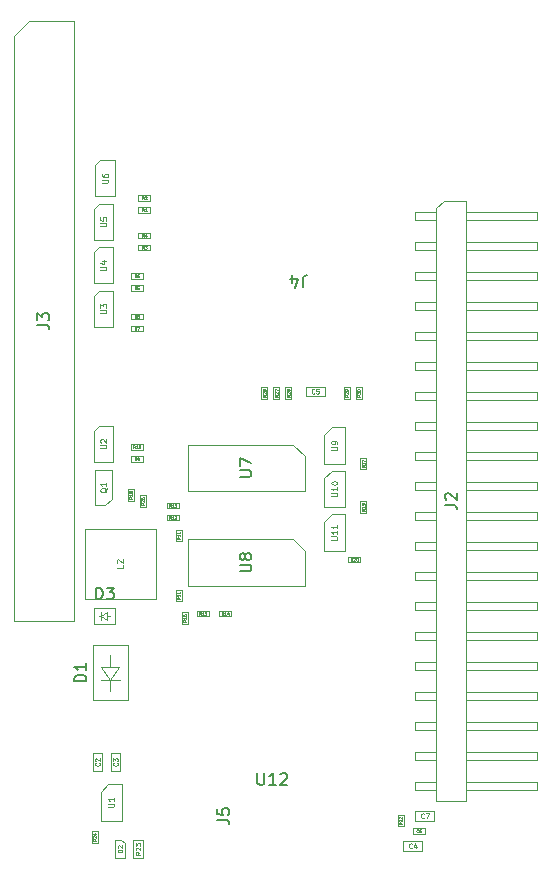
<source format=gbr>
%TF.GenerationSoftware,KiCad,Pcbnew,8.0.4*%
%TF.CreationDate,2024-09-22T15:27:49+02:00*%
%TF.ProjectId,blue_64,626c7565-5f36-4342-9e6b-696361645f70,1.0*%
%TF.SameCoordinates,PX3dc4fd0PY7445a00*%
%TF.FileFunction,AssemblyDrawing,Top*%
%FSLAX46Y46*%
G04 Gerber Fmt 4.6, Leading zero omitted, Abs format (unit mm)*
G04 Created by KiCad (PCBNEW 8.0.4) date 2024-09-22 15:27:49*
%MOMM*%
%LPD*%
G01*
G04 APERTURE LIST*
%ADD10C,0.040000*%
%ADD11C,0.075000*%
%ADD12C,0.150000*%
%ADD13C,0.060000*%
%ADD14C,0.085000*%
%ADD15C,0.100000*%
G04 APERTURE END LIST*
D10*
X18381285Y22111426D02*
X18297952Y22230473D01*
X18238428Y22111426D02*
X18238428Y22361426D01*
X18238428Y22361426D02*
X18333666Y22361426D01*
X18333666Y22361426D02*
X18357476Y22349521D01*
X18357476Y22349521D02*
X18369381Y22337616D01*
X18369381Y22337616D02*
X18381285Y22313807D01*
X18381285Y22313807D02*
X18381285Y22278092D01*
X18381285Y22278092D02*
X18369381Y22254283D01*
X18369381Y22254283D02*
X18357476Y22242378D01*
X18357476Y22242378D02*
X18333666Y22230473D01*
X18333666Y22230473D02*
X18238428Y22230473D01*
X18619381Y22111426D02*
X18476524Y22111426D01*
X18547952Y22111426D02*
X18547952Y22361426D01*
X18547952Y22361426D02*
X18524143Y22325711D01*
X18524143Y22325711D02*
X18500333Y22301902D01*
X18500333Y22301902D02*
X18476524Y22289997D01*
X18845571Y22361426D02*
X18726523Y22361426D01*
X18726523Y22361426D02*
X18714619Y22242378D01*
X18714619Y22242378D02*
X18726523Y22254283D01*
X18726523Y22254283D02*
X18750333Y22266188D01*
X18750333Y22266188D02*
X18809857Y22266188D01*
X18809857Y22266188D02*
X18833666Y22254283D01*
X18833666Y22254283D02*
X18845571Y22242378D01*
X18845571Y22242378D02*
X18857476Y22218569D01*
X18857476Y22218569D02*
X18857476Y22159045D01*
X18857476Y22159045D02*
X18845571Y22135235D01*
X18845571Y22135235D02*
X18833666Y22123330D01*
X18833666Y22123330D02*
X18809857Y22111426D01*
X18809857Y22111426D02*
X18750333Y22111426D01*
X18750333Y22111426D02*
X18726523Y22123330D01*
X18726523Y22123330D02*
X18714619Y22135235D01*
X13547333Y54115426D02*
X13464000Y54234473D01*
X13404476Y54115426D02*
X13404476Y54365426D01*
X13404476Y54365426D02*
X13499714Y54365426D01*
X13499714Y54365426D02*
X13523524Y54353521D01*
X13523524Y54353521D02*
X13535429Y54341616D01*
X13535429Y54341616D02*
X13547333Y54317807D01*
X13547333Y54317807D02*
X13547333Y54282092D01*
X13547333Y54282092D02*
X13535429Y54258283D01*
X13535429Y54258283D02*
X13523524Y54246378D01*
X13523524Y54246378D02*
X13499714Y54234473D01*
X13499714Y54234473D02*
X13404476Y54234473D01*
X13761619Y54282092D02*
X13761619Y54115426D01*
X13702095Y54377330D02*
X13642572Y54198759D01*
X13642572Y54198759D02*
X13797333Y54198759D01*
X15841285Y31255426D02*
X15757952Y31374473D01*
X15698428Y31255426D02*
X15698428Y31505426D01*
X15698428Y31505426D02*
X15793666Y31505426D01*
X15793666Y31505426D02*
X15817476Y31493521D01*
X15817476Y31493521D02*
X15829381Y31481616D01*
X15829381Y31481616D02*
X15841285Y31457807D01*
X15841285Y31457807D02*
X15841285Y31422092D01*
X15841285Y31422092D02*
X15829381Y31398283D01*
X15829381Y31398283D02*
X15817476Y31386378D01*
X15817476Y31386378D02*
X15793666Y31374473D01*
X15793666Y31374473D02*
X15698428Y31374473D01*
X16079381Y31255426D02*
X15936524Y31255426D01*
X16007952Y31255426D02*
X16007952Y31505426D01*
X16007952Y31505426D02*
X15984143Y31469711D01*
X15984143Y31469711D02*
X15960333Y31445902D01*
X15960333Y31445902D02*
X15936524Y31433997D01*
X16162714Y31505426D02*
X16317476Y31505426D01*
X16317476Y31505426D02*
X16234142Y31410188D01*
X16234142Y31410188D02*
X16269857Y31410188D01*
X16269857Y31410188D02*
X16293666Y31398283D01*
X16293666Y31398283D02*
X16305571Y31386378D01*
X16305571Y31386378D02*
X16317476Y31362569D01*
X16317476Y31362569D02*
X16317476Y31303045D01*
X16317476Y31303045D02*
X16305571Y31279235D01*
X16305571Y31279235D02*
X16293666Y31267330D01*
X16293666Y31267330D02*
X16269857Y31255426D01*
X16269857Y31255426D02*
X16198428Y31255426D01*
X16198428Y31255426D02*
X16174619Y31267330D01*
X16174619Y31267330D02*
X16162714Y31279235D01*
D11*
X9887409Y51308048D02*
X10292171Y51308048D01*
X10292171Y51308048D02*
X10339790Y51331858D01*
X10339790Y51331858D02*
X10363600Y51355667D01*
X10363600Y51355667D02*
X10387409Y51403286D01*
X10387409Y51403286D02*
X10387409Y51498524D01*
X10387409Y51498524D02*
X10363600Y51546143D01*
X10363600Y51546143D02*
X10339790Y51569953D01*
X10339790Y51569953D02*
X10292171Y51593762D01*
X10292171Y51593762D02*
X9887409Y51593762D01*
X10054076Y52046144D02*
X10387409Y52046144D01*
X9863600Y51927096D02*
X10220742Y51808049D01*
X10220742Y51808049D02*
X10220742Y52117572D01*
D10*
X20286285Y22111426D02*
X20202952Y22230473D01*
X20143428Y22111426D02*
X20143428Y22361426D01*
X20143428Y22361426D02*
X20238666Y22361426D01*
X20238666Y22361426D02*
X20262476Y22349521D01*
X20262476Y22349521D02*
X20274381Y22337616D01*
X20274381Y22337616D02*
X20286285Y22313807D01*
X20286285Y22313807D02*
X20286285Y22278092D01*
X20286285Y22278092D02*
X20274381Y22254283D01*
X20274381Y22254283D02*
X20262476Y22242378D01*
X20262476Y22242378D02*
X20238666Y22230473D01*
X20238666Y22230473D02*
X20143428Y22230473D01*
X20524381Y22111426D02*
X20381524Y22111426D01*
X20452952Y22111426D02*
X20452952Y22361426D01*
X20452952Y22361426D02*
X20429143Y22325711D01*
X20429143Y22325711D02*
X20405333Y22301902D01*
X20405333Y22301902D02*
X20381524Y22289997D01*
X20738666Y22278092D02*
X20738666Y22111426D01*
X20679142Y22373330D02*
X20619619Y22194759D01*
X20619619Y22194759D02*
X20774380Y22194759D01*
X15841285Y30239426D02*
X15757952Y30358473D01*
X15698428Y30239426D02*
X15698428Y30489426D01*
X15698428Y30489426D02*
X15793666Y30489426D01*
X15793666Y30489426D02*
X15817476Y30477521D01*
X15817476Y30477521D02*
X15829381Y30465616D01*
X15829381Y30465616D02*
X15841285Y30441807D01*
X15841285Y30441807D02*
X15841285Y30406092D01*
X15841285Y30406092D02*
X15829381Y30382283D01*
X15829381Y30382283D02*
X15817476Y30370378D01*
X15817476Y30370378D02*
X15793666Y30358473D01*
X15793666Y30358473D02*
X15698428Y30358473D01*
X16079381Y30239426D02*
X15936524Y30239426D01*
X16007952Y30239426D02*
X16007952Y30489426D01*
X16007952Y30489426D02*
X15984143Y30453711D01*
X15984143Y30453711D02*
X15960333Y30429902D01*
X15960333Y30429902D02*
X15936524Y30417997D01*
X16174619Y30465616D02*
X16186523Y30477521D01*
X16186523Y30477521D02*
X16210333Y30489426D01*
X16210333Y30489426D02*
X16269857Y30489426D01*
X16269857Y30489426D02*
X16293666Y30477521D01*
X16293666Y30477521D02*
X16305571Y30465616D01*
X16305571Y30465616D02*
X16317476Y30441807D01*
X16317476Y30441807D02*
X16317476Y30417997D01*
X16317476Y30417997D02*
X16305571Y30382283D01*
X16305571Y30382283D02*
X16162714Y30239426D01*
X16162714Y30239426D02*
X16317476Y30239426D01*
X24878574Y40733286D02*
X24759527Y40649953D01*
X24878574Y40590429D02*
X24628574Y40590429D01*
X24628574Y40590429D02*
X24628574Y40685667D01*
X24628574Y40685667D02*
X24640479Y40709477D01*
X24640479Y40709477D02*
X24652384Y40721382D01*
X24652384Y40721382D02*
X24676193Y40733286D01*
X24676193Y40733286D02*
X24711908Y40733286D01*
X24711908Y40733286D02*
X24735717Y40721382D01*
X24735717Y40721382D02*
X24747622Y40709477D01*
X24747622Y40709477D02*
X24759527Y40685667D01*
X24759527Y40685667D02*
X24759527Y40590429D01*
X24652384Y40828525D02*
X24640479Y40840429D01*
X24640479Y40840429D02*
X24628574Y40864239D01*
X24628574Y40864239D02*
X24628574Y40923763D01*
X24628574Y40923763D02*
X24640479Y40947572D01*
X24640479Y40947572D02*
X24652384Y40959477D01*
X24652384Y40959477D02*
X24676193Y40971382D01*
X24676193Y40971382D02*
X24700003Y40971382D01*
X24700003Y40971382D02*
X24735717Y40959477D01*
X24735717Y40959477D02*
X24878574Y40816620D01*
X24878574Y40816620D02*
X24878574Y40971382D01*
X24628574Y41054715D02*
X24628574Y41221381D01*
X24628574Y41221381D02*
X24878574Y41114239D01*
D12*
X9491905Y23415181D02*
X9491905Y24415181D01*
X9491905Y24415181D02*
X9730000Y24415181D01*
X9730000Y24415181D02*
X9872857Y24367562D01*
X9872857Y24367562D02*
X9968095Y24272324D01*
X9968095Y24272324D02*
X10015714Y24177086D01*
X10015714Y24177086D02*
X10063333Y23986610D01*
X10063333Y23986610D02*
X10063333Y23843753D01*
X10063333Y23843753D02*
X10015714Y23653277D01*
X10015714Y23653277D02*
X9968095Y23558039D01*
X9968095Y23558039D02*
X9872857Y23462800D01*
X9872857Y23462800D02*
X9730000Y23415181D01*
X9730000Y23415181D02*
X9491905Y23415181D01*
X10396667Y24415181D02*
X11015714Y24415181D01*
X11015714Y24415181D02*
X10682381Y24034229D01*
X10682381Y24034229D02*
X10825238Y24034229D01*
X10825238Y24034229D02*
X10920476Y23986610D01*
X10920476Y23986610D02*
X10968095Y23938991D01*
X10968095Y23938991D02*
X11015714Y23843753D01*
X11015714Y23843753D02*
X11015714Y23605658D01*
X11015714Y23605658D02*
X10968095Y23510420D01*
X10968095Y23510420D02*
X10920476Y23462800D01*
X10920476Y23462800D02*
X10825238Y23415181D01*
X10825238Y23415181D02*
X10539524Y23415181D01*
X10539524Y23415181D02*
X10444286Y23462800D01*
X10444286Y23462800D02*
X10396667Y23510420D01*
D10*
X30847574Y40733286D02*
X30728527Y40649953D01*
X30847574Y40590429D02*
X30597574Y40590429D01*
X30597574Y40590429D02*
X30597574Y40685667D01*
X30597574Y40685667D02*
X30609479Y40709477D01*
X30609479Y40709477D02*
X30621384Y40721382D01*
X30621384Y40721382D02*
X30645193Y40733286D01*
X30645193Y40733286D02*
X30680908Y40733286D01*
X30680908Y40733286D02*
X30704717Y40721382D01*
X30704717Y40721382D02*
X30716622Y40709477D01*
X30716622Y40709477D02*
X30728527Y40685667D01*
X30728527Y40685667D02*
X30728527Y40590429D01*
X30621384Y40828525D02*
X30609479Y40840429D01*
X30609479Y40840429D02*
X30597574Y40864239D01*
X30597574Y40864239D02*
X30597574Y40923763D01*
X30597574Y40923763D02*
X30609479Y40947572D01*
X30609479Y40947572D02*
X30621384Y40959477D01*
X30621384Y40959477D02*
X30645193Y40971382D01*
X30645193Y40971382D02*
X30669003Y40971382D01*
X30669003Y40971382D02*
X30704717Y40959477D01*
X30704717Y40959477D02*
X30847574Y40816620D01*
X30847574Y40816620D02*
X30847574Y40971382D01*
X30847574Y41090429D02*
X30847574Y41138048D01*
X30847574Y41138048D02*
X30835670Y41161858D01*
X30835670Y41161858D02*
X30823765Y41173762D01*
X30823765Y41173762D02*
X30788050Y41197572D01*
X30788050Y41197572D02*
X30740431Y41209477D01*
X30740431Y41209477D02*
X30645193Y41209477D01*
X30645193Y41209477D02*
X30621384Y41197572D01*
X30621384Y41197572D02*
X30609479Y41185667D01*
X30609479Y41185667D02*
X30597574Y41161858D01*
X30597574Y41161858D02*
X30597574Y41114239D01*
X30597574Y41114239D02*
X30609479Y41090429D01*
X30609479Y41090429D02*
X30621384Y41078524D01*
X30621384Y41078524D02*
X30645193Y41066620D01*
X30645193Y41066620D02*
X30704717Y41066620D01*
X30704717Y41066620D02*
X30728527Y41078524D01*
X30728527Y41078524D02*
X30740431Y41090429D01*
X30740431Y41090429D02*
X30752336Y41114239D01*
X30752336Y41114239D02*
X30752336Y41161858D01*
X30752336Y41161858D02*
X30740431Y41185667D01*
X30740431Y41185667D02*
X30728527Y41197572D01*
X30728527Y41197572D02*
X30704717Y41209477D01*
X9511574Y3141286D02*
X9392527Y3057953D01*
X9511574Y2998429D02*
X9261574Y2998429D01*
X9261574Y2998429D02*
X9261574Y3093667D01*
X9261574Y3093667D02*
X9273479Y3117477D01*
X9273479Y3117477D02*
X9285384Y3129382D01*
X9285384Y3129382D02*
X9309193Y3141286D01*
X9309193Y3141286D02*
X9344908Y3141286D01*
X9344908Y3141286D02*
X9368717Y3129382D01*
X9368717Y3129382D02*
X9380622Y3117477D01*
X9380622Y3117477D02*
X9392527Y3093667D01*
X9392527Y3093667D02*
X9392527Y2998429D01*
X9285384Y3236525D02*
X9273479Y3248429D01*
X9273479Y3248429D02*
X9261574Y3272239D01*
X9261574Y3272239D02*
X9261574Y3331763D01*
X9261574Y3331763D02*
X9273479Y3355572D01*
X9273479Y3355572D02*
X9285384Y3367477D01*
X9285384Y3367477D02*
X9309193Y3379382D01*
X9309193Y3379382D02*
X9333003Y3379382D01*
X9333003Y3379382D02*
X9368717Y3367477D01*
X9368717Y3367477D02*
X9511574Y3224620D01*
X9511574Y3224620D02*
X9511574Y3379382D01*
X9344908Y3593667D02*
X9511574Y3593667D01*
X9249670Y3534143D02*
X9428241Y3474620D01*
X9428241Y3474620D02*
X9428241Y3629381D01*
X16623574Y23588286D02*
X16504527Y23504953D01*
X16623574Y23445429D02*
X16373574Y23445429D01*
X16373574Y23445429D02*
X16373574Y23540667D01*
X16373574Y23540667D02*
X16385479Y23564477D01*
X16385479Y23564477D02*
X16397384Y23576382D01*
X16397384Y23576382D02*
X16421193Y23588286D01*
X16421193Y23588286D02*
X16456908Y23588286D01*
X16456908Y23588286D02*
X16480717Y23576382D01*
X16480717Y23576382D02*
X16492622Y23564477D01*
X16492622Y23564477D02*
X16504527Y23540667D01*
X16504527Y23540667D02*
X16504527Y23445429D01*
X16373574Y23671620D02*
X16373574Y23826382D01*
X16373574Y23826382D02*
X16468812Y23743048D01*
X16468812Y23743048D02*
X16468812Y23778763D01*
X16468812Y23778763D02*
X16480717Y23802572D01*
X16480717Y23802572D02*
X16492622Y23814477D01*
X16492622Y23814477D02*
X16516431Y23826382D01*
X16516431Y23826382D02*
X16575955Y23826382D01*
X16575955Y23826382D02*
X16599765Y23814477D01*
X16599765Y23814477D02*
X16611670Y23802572D01*
X16611670Y23802572D02*
X16623574Y23778763D01*
X16623574Y23778763D02*
X16623574Y23707334D01*
X16623574Y23707334D02*
X16611670Y23683525D01*
X16611670Y23683525D02*
X16599765Y23671620D01*
X16623574Y24064477D02*
X16623574Y23921620D01*
X16623574Y23993048D02*
X16373574Y23993048D01*
X16373574Y23993048D02*
X16409289Y23969239D01*
X16409289Y23969239D02*
X16433098Y23945429D01*
X16433098Y23945429D02*
X16445003Y23921620D01*
X12912333Y35192426D02*
X12829000Y35311473D01*
X12769476Y35192426D02*
X12769476Y35442426D01*
X12769476Y35442426D02*
X12864714Y35442426D01*
X12864714Y35442426D02*
X12888524Y35430521D01*
X12888524Y35430521D02*
X12900429Y35418616D01*
X12900429Y35418616D02*
X12912333Y35394807D01*
X12912333Y35394807D02*
X12912333Y35359092D01*
X12912333Y35359092D02*
X12900429Y35335283D01*
X12900429Y35335283D02*
X12888524Y35323378D01*
X12888524Y35323378D02*
X12864714Y35311473D01*
X12864714Y35311473D02*
X12769476Y35311473D01*
X13031381Y35192426D02*
X13079000Y35192426D01*
X13079000Y35192426D02*
X13102810Y35204330D01*
X13102810Y35204330D02*
X13114714Y35216235D01*
X13114714Y35216235D02*
X13138524Y35251950D01*
X13138524Y35251950D02*
X13150429Y35299569D01*
X13150429Y35299569D02*
X13150429Y35394807D01*
X13150429Y35394807D02*
X13138524Y35418616D01*
X13138524Y35418616D02*
X13126619Y35430521D01*
X13126619Y35430521D02*
X13102810Y35442426D01*
X13102810Y35442426D02*
X13055191Y35442426D01*
X13055191Y35442426D02*
X13031381Y35430521D01*
X13031381Y35430521D02*
X13019476Y35418616D01*
X13019476Y35418616D02*
X13007572Y35394807D01*
X13007572Y35394807D02*
X13007572Y35335283D01*
X13007572Y35335283D02*
X13019476Y35311473D01*
X13019476Y35311473D02*
X13031381Y35299569D01*
X13031381Y35299569D02*
X13055191Y35287664D01*
X13055191Y35287664D02*
X13102810Y35287664D01*
X13102810Y35287664D02*
X13126619Y35299569D01*
X13126619Y35299569D02*
X13138524Y35311473D01*
X13138524Y35311473D02*
X13150429Y35335283D01*
D11*
X9887409Y47625048D02*
X10292171Y47625048D01*
X10292171Y47625048D02*
X10339790Y47648858D01*
X10339790Y47648858D02*
X10363600Y47672667D01*
X10363600Y47672667D02*
X10387409Y47720286D01*
X10387409Y47720286D02*
X10387409Y47815524D01*
X10387409Y47815524D02*
X10363600Y47863143D01*
X10363600Y47863143D02*
X10339790Y47886953D01*
X10339790Y47886953D02*
X10292171Y47910762D01*
X10292171Y47910762D02*
X9887409Y47910762D01*
X9887409Y48101239D02*
X9887409Y48410763D01*
X9887409Y48410763D02*
X10077885Y48244096D01*
X10077885Y48244096D02*
X10077885Y48315525D01*
X10077885Y48315525D02*
X10101695Y48363144D01*
X10101695Y48363144D02*
X10125504Y48386953D01*
X10125504Y48386953D02*
X10173123Y48410763D01*
X10173123Y48410763D02*
X10292171Y48410763D01*
X10292171Y48410763D02*
X10339790Y48386953D01*
X10339790Y48386953D02*
X10363600Y48363144D01*
X10363600Y48363144D02*
X10387409Y48315525D01*
X10387409Y48315525D02*
X10387409Y48172668D01*
X10387409Y48172668D02*
X10363600Y48125049D01*
X10363600Y48125049D02*
X10339790Y48101239D01*
D10*
X36788333Y3720235D02*
X36776429Y3708330D01*
X36776429Y3708330D02*
X36740714Y3696426D01*
X36740714Y3696426D02*
X36716905Y3696426D01*
X36716905Y3696426D02*
X36681191Y3708330D01*
X36681191Y3708330D02*
X36657381Y3732140D01*
X36657381Y3732140D02*
X36645476Y3755950D01*
X36645476Y3755950D02*
X36633572Y3803569D01*
X36633572Y3803569D02*
X36633572Y3839283D01*
X36633572Y3839283D02*
X36645476Y3886902D01*
X36645476Y3886902D02*
X36657381Y3910711D01*
X36657381Y3910711D02*
X36681191Y3934521D01*
X36681191Y3934521D02*
X36716905Y3946426D01*
X36716905Y3946426D02*
X36740714Y3946426D01*
X36740714Y3946426D02*
X36776429Y3934521D01*
X36776429Y3934521D02*
X36788333Y3922616D01*
X37002619Y3946426D02*
X36955000Y3946426D01*
X36955000Y3946426D02*
X36931191Y3934521D01*
X36931191Y3934521D02*
X36919286Y3922616D01*
X36919286Y3922616D02*
X36895476Y3886902D01*
X36895476Y3886902D02*
X36883572Y3839283D01*
X36883572Y3839283D02*
X36883572Y3744045D01*
X36883572Y3744045D02*
X36895476Y3720235D01*
X36895476Y3720235D02*
X36907381Y3708330D01*
X36907381Y3708330D02*
X36931191Y3696426D01*
X36931191Y3696426D02*
X36978810Y3696426D01*
X36978810Y3696426D02*
X37002619Y3708330D01*
X37002619Y3708330D02*
X37014524Y3720235D01*
X37014524Y3720235D02*
X37026429Y3744045D01*
X37026429Y3744045D02*
X37026429Y3803569D01*
X37026429Y3803569D02*
X37014524Y3827378D01*
X37014524Y3827378D02*
X37002619Y3839283D01*
X37002619Y3839283D02*
X36978810Y3851188D01*
X36978810Y3851188D02*
X36931191Y3851188D01*
X36931191Y3851188D02*
X36907381Y3839283D01*
X36907381Y3839283D02*
X36895476Y3827378D01*
X36895476Y3827378D02*
X36883572Y3803569D01*
D13*
X13262927Y2028858D02*
X13072451Y1895525D01*
X13262927Y1800287D02*
X12862927Y1800287D01*
X12862927Y1800287D02*
X12862927Y1952668D01*
X12862927Y1952668D02*
X12881975Y1990763D01*
X12881975Y1990763D02*
X12901022Y2009810D01*
X12901022Y2009810D02*
X12939118Y2028858D01*
X12939118Y2028858D02*
X12996260Y2028858D01*
X12996260Y2028858D02*
X13034356Y2009810D01*
X13034356Y2009810D02*
X13053403Y1990763D01*
X13053403Y1990763D02*
X13072451Y1952668D01*
X13072451Y1952668D02*
X13072451Y1800287D01*
X12901022Y2181239D02*
X12881975Y2200287D01*
X12881975Y2200287D02*
X12862927Y2238382D01*
X12862927Y2238382D02*
X12862927Y2333620D01*
X12862927Y2333620D02*
X12881975Y2371715D01*
X12881975Y2371715D02*
X12901022Y2390763D01*
X12901022Y2390763D02*
X12939118Y2409810D01*
X12939118Y2409810D02*
X12977213Y2409810D01*
X12977213Y2409810D02*
X13034356Y2390763D01*
X13034356Y2390763D02*
X13262927Y2162191D01*
X13262927Y2162191D02*
X13262927Y2409810D01*
X12862927Y2543143D02*
X12862927Y2790762D01*
X12862927Y2790762D02*
X13015308Y2657429D01*
X13015308Y2657429D02*
X13015308Y2714572D01*
X13015308Y2714572D02*
X13034356Y2752667D01*
X13034356Y2752667D02*
X13053403Y2771715D01*
X13053403Y2771715D02*
X13091499Y2790762D01*
X13091499Y2790762D02*
X13186737Y2790762D01*
X13186737Y2790762D02*
X13224832Y2771715D01*
X13224832Y2771715D02*
X13243880Y2752667D01*
X13243880Y2752667D02*
X13262927Y2714572D01*
X13262927Y2714572D02*
X13262927Y2600286D01*
X13262927Y2600286D02*
X13243880Y2562191D01*
X13243880Y2562191D02*
X13224832Y2543143D01*
D12*
X27020333Y49842820D02*
X27020333Y50557105D01*
X27020333Y50557105D02*
X27067952Y50699962D01*
X27067952Y50699962D02*
X27163190Y50795200D01*
X27163190Y50795200D02*
X27306047Y50842820D01*
X27306047Y50842820D02*
X27401285Y50842820D01*
X26115571Y50176153D02*
X26115571Y50842820D01*
X26353666Y49795200D02*
X26591761Y50509486D01*
X26591761Y50509486D02*
X25972714Y50509486D01*
D11*
X10522409Y5842048D02*
X10927171Y5842048D01*
X10927171Y5842048D02*
X10974790Y5865858D01*
X10974790Y5865858D02*
X10998600Y5889667D01*
X10998600Y5889667D02*
X11022409Y5937286D01*
X11022409Y5937286D02*
X11022409Y6032524D01*
X11022409Y6032524D02*
X10998600Y6080143D01*
X10998600Y6080143D02*
X10974790Y6103953D01*
X10974790Y6103953D02*
X10927171Y6127762D01*
X10927171Y6127762D02*
X10522409Y6127762D01*
X11022409Y6627763D02*
X11022409Y6342049D01*
X11022409Y6484906D02*
X10522409Y6484906D01*
X10522409Y6484906D02*
X10593838Y6437287D01*
X10593838Y6437287D02*
X10641457Y6389668D01*
X10641457Y6389668D02*
X10665266Y6342049D01*
D10*
X31863574Y40733286D02*
X31744527Y40649953D01*
X31863574Y40590429D02*
X31613574Y40590429D01*
X31613574Y40590429D02*
X31613574Y40685667D01*
X31613574Y40685667D02*
X31625479Y40709477D01*
X31625479Y40709477D02*
X31637384Y40721382D01*
X31637384Y40721382D02*
X31661193Y40733286D01*
X31661193Y40733286D02*
X31696908Y40733286D01*
X31696908Y40733286D02*
X31720717Y40721382D01*
X31720717Y40721382D02*
X31732622Y40709477D01*
X31732622Y40709477D02*
X31744527Y40685667D01*
X31744527Y40685667D02*
X31744527Y40590429D01*
X31613574Y40816620D02*
X31613574Y40971382D01*
X31613574Y40971382D02*
X31708812Y40888048D01*
X31708812Y40888048D02*
X31708812Y40923763D01*
X31708812Y40923763D02*
X31720717Y40947572D01*
X31720717Y40947572D02*
X31732622Y40959477D01*
X31732622Y40959477D02*
X31756431Y40971382D01*
X31756431Y40971382D02*
X31815955Y40971382D01*
X31815955Y40971382D02*
X31839765Y40959477D01*
X31839765Y40959477D02*
X31851670Y40947572D01*
X31851670Y40947572D02*
X31863574Y40923763D01*
X31863574Y40923763D02*
X31863574Y40852334D01*
X31863574Y40852334D02*
X31851670Y40828525D01*
X31851670Y40828525D02*
X31839765Y40816620D01*
X31613574Y41126143D02*
X31613574Y41149953D01*
X31613574Y41149953D02*
X31625479Y41173762D01*
X31625479Y41173762D02*
X31637384Y41185667D01*
X31637384Y41185667D02*
X31661193Y41197572D01*
X31661193Y41197572D02*
X31708812Y41209477D01*
X31708812Y41209477D02*
X31768336Y41209477D01*
X31768336Y41209477D02*
X31815955Y41197572D01*
X31815955Y41197572D02*
X31839765Y41185667D01*
X31839765Y41185667D02*
X31851670Y41173762D01*
X31851670Y41173762D02*
X31863574Y41149953D01*
X31863574Y41149953D02*
X31863574Y41126143D01*
X31863574Y41126143D02*
X31851670Y41102334D01*
X31851670Y41102334D02*
X31839765Y41090429D01*
X31839765Y41090429D02*
X31815955Y41078524D01*
X31815955Y41078524D02*
X31768336Y41066620D01*
X31768336Y41066620D02*
X31708812Y41066620D01*
X31708812Y41066620D02*
X31661193Y41078524D01*
X31661193Y41078524D02*
X31637384Y41090429D01*
X31637384Y41090429D02*
X31625479Y41102334D01*
X31625479Y41102334D02*
X31613574Y41126143D01*
D13*
X37271333Y4936168D02*
X37252285Y4917120D01*
X37252285Y4917120D02*
X37195143Y4898073D01*
X37195143Y4898073D02*
X37157047Y4898073D01*
X37157047Y4898073D02*
X37099904Y4917120D01*
X37099904Y4917120D02*
X37061809Y4955216D01*
X37061809Y4955216D02*
X37042762Y4993311D01*
X37042762Y4993311D02*
X37023714Y5069501D01*
X37023714Y5069501D02*
X37023714Y5126644D01*
X37023714Y5126644D02*
X37042762Y5202835D01*
X37042762Y5202835D02*
X37061809Y5240930D01*
X37061809Y5240930D02*
X37099904Y5279025D01*
X37099904Y5279025D02*
X37157047Y5298073D01*
X37157047Y5298073D02*
X37195143Y5298073D01*
X37195143Y5298073D02*
X37252285Y5279025D01*
X37252285Y5279025D02*
X37271333Y5259978D01*
X37404666Y5298073D02*
X37671333Y5298073D01*
X37671333Y5298073D02*
X37499904Y4898073D01*
D10*
X12559574Y32097286D02*
X12440527Y32013953D01*
X12559574Y31954429D02*
X12309574Y31954429D01*
X12309574Y31954429D02*
X12309574Y32049667D01*
X12309574Y32049667D02*
X12321479Y32073477D01*
X12321479Y32073477D02*
X12333384Y32085382D01*
X12333384Y32085382D02*
X12357193Y32097286D01*
X12357193Y32097286D02*
X12392908Y32097286D01*
X12392908Y32097286D02*
X12416717Y32085382D01*
X12416717Y32085382D02*
X12428622Y32073477D01*
X12428622Y32073477D02*
X12440527Y32049667D01*
X12440527Y32049667D02*
X12440527Y31954429D01*
X12559574Y32335382D02*
X12559574Y32192525D01*
X12559574Y32263953D02*
X12309574Y32263953D01*
X12309574Y32263953D02*
X12345289Y32240144D01*
X12345289Y32240144D02*
X12369098Y32216334D01*
X12369098Y32216334D02*
X12381003Y32192525D01*
X12416717Y32478239D02*
X12404812Y32454429D01*
X12404812Y32454429D02*
X12392908Y32442524D01*
X12392908Y32442524D02*
X12369098Y32430620D01*
X12369098Y32430620D02*
X12357193Y32430620D01*
X12357193Y32430620D02*
X12333384Y32442524D01*
X12333384Y32442524D02*
X12321479Y32454429D01*
X12321479Y32454429D02*
X12309574Y32478239D01*
X12309574Y32478239D02*
X12309574Y32525858D01*
X12309574Y32525858D02*
X12321479Y32549667D01*
X12321479Y32549667D02*
X12333384Y32561572D01*
X12333384Y32561572D02*
X12357193Y32573477D01*
X12357193Y32573477D02*
X12369098Y32573477D01*
X12369098Y32573477D02*
X12392908Y32561572D01*
X12392908Y32561572D02*
X12404812Y32549667D01*
X12404812Y32549667D02*
X12416717Y32525858D01*
X12416717Y32525858D02*
X12416717Y32478239D01*
X12416717Y32478239D02*
X12428622Y32454429D01*
X12428622Y32454429D02*
X12440527Y32442524D01*
X12440527Y32442524D02*
X12464336Y32430620D01*
X12464336Y32430620D02*
X12511955Y32430620D01*
X12511955Y32430620D02*
X12535765Y32442524D01*
X12535765Y32442524D02*
X12547670Y32454429D01*
X12547670Y32454429D02*
X12559574Y32478239D01*
X12559574Y32478239D02*
X12559574Y32525858D01*
X12559574Y32525858D02*
X12547670Y32549667D01*
X12547670Y32549667D02*
X12535765Y32561572D01*
X12535765Y32561572D02*
X12511955Y32573477D01*
X12511955Y32573477D02*
X12464336Y32573477D01*
X12464336Y32573477D02*
X12440527Y32561572D01*
X12440527Y32561572D02*
X12428622Y32549667D01*
X12428622Y32549667D02*
X12416717Y32525858D01*
X13547333Y56274426D02*
X13464000Y56393473D01*
X13404476Y56274426D02*
X13404476Y56524426D01*
X13404476Y56524426D02*
X13499714Y56524426D01*
X13499714Y56524426D02*
X13523524Y56512521D01*
X13523524Y56512521D02*
X13535429Y56500616D01*
X13535429Y56500616D02*
X13547333Y56476807D01*
X13547333Y56476807D02*
X13547333Y56441092D01*
X13547333Y56441092D02*
X13535429Y56417283D01*
X13535429Y56417283D02*
X13523524Y56405378D01*
X13523524Y56405378D02*
X13499714Y56393473D01*
X13499714Y56393473D02*
X13404476Y56393473D01*
X13785429Y56274426D02*
X13642572Y56274426D01*
X13714000Y56274426D02*
X13714000Y56524426D01*
X13714000Y56524426D02*
X13690191Y56488711D01*
X13690191Y56488711D02*
X13666381Y56464902D01*
X13666381Y56464902D02*
X13642572Y56452997D01*
D13*
X11319832Y9585334D02*
X11338880Y9566286D01*
X11338880Y9566286D02*
X11357927Y9509144D01*
X11357927Y9509144D02*
X11357927Y9471048D01*
X11357927Y9471048D02*
X11338880Y9413905D01*
X11338880Y9413905D02*
X11300784Y9375810D01*
X11300784Y9375810D02*
X11262689Y9356763D01*
X11262689Y9356763D02*
X11186499Y9337715D01*
X11186499Y9337715D02*
X11129356Y9337715D01*
X11129356Y9337715D02*
X11053165Y9356763D01*
X11053165Y9356763D02*
X11015070Y9375810D01*
X11015070Y9375810D02*
X10976975Y9413905D01*
X10976975Y9413905D02*
X10957927Y9471048D01*
X10957927Y9471048D02*
X10957927Y9509144D01*
X10957927Y9509144D02*
X10976975Y9566286D01*
X10976975Y9566286D02*
X10996022Y9585334D01*
X10957927Y9718667D02*
X10957927Y9966286D01*
X10957927Y9966286D02*
X11110308Y9832953D01*
X11110308Y9832953D02*
X11110308Y9890096D01*
X11110308Y9890096D02*
X11129356Y9928191D01*
X11129356Y9928191D02*
X11148403Y9947239D01*
X11148403Y9947239D02*
X11186499Y9966286D01*
X11186499Y9966286D02*
X11281737Y9966286D01*
X11281737Y9966286D02*
X11319832Y9947239D01*
X11319832Y9947239D02*
X11338880Y9928191D01*
X11338880Y9928191D02*
X11357927Y9890096D01*
X11357927Y9890096D02*
X11357927Y9775810D01*
X11357927Y9775810D02*
X11338880Y9737715D01*
X11338880Y9737715D02*
X11319832Y9718667D01*
D12*
X23172905Y8722181D02*
X23172905Y7912658D01*
X23172905Y7912658D02*
X23220524Y7817420D01*
X23220524Y7817420D02*
X23268143Y7769800D01*
X23268143Y7769800D02*
X23363381Y7722181D01*
X23363381Y7722181D02*
X23553857Y7722181D01*
X23553857Y7722181D02*
X23649095Y7769800D01*
X23649095Y7769800D02*
X23696714Y7817420D01*
X23696714Y7817420D02*
X23744333Y7912658D01*
X23744333Y7912658D02*
X23744333Y8722181D01*
X24744333Y7722181D02*
X24172905Y7722181D01*
X24458619Y7722181D02*
X24458619Y8722181D01*
X24458619Y8722181D02*
X24363381Y8579324D01*
X24363381Y8579324D02*
X24268143Y8484086D01*
X24268143Y8484086D02*
X24172905Y8436467D01*
X25125286Y8626943D02*
X25172905Y8674562D01*
X25172905Y8674562D02*
X25268143Y8722181D01*
X25268143Y8722181D02*
X25506238Y8722181D01*
X25506238Y8722181D02*
X25601476Y8674562D01*
X25601476Y8674562D02*
X25649095Y8626943D01*
X25649095Y8626943D02*
X25696714Y8531705D01*
X25696714Y8531705D02*
X25696714Y8436467D01*
X25696714Y8436467D02*
X25649095Y8293610D01*
X25649095Y8293610D02*
X25077667Y7722181D01*
X25077667Y7722181D02*
X25696714Y7722181D01*
D10*
X23862574Y40733286D02*
X23743527Y40649953D01*
X23862574Y40590429D02*
X23612574Y40590429D01*
X23612574Y40590429D02*
X23612574Y40685667D01*
X23612574Y40685667D02*
X23624479Y40709477D01*
X23624479Y40709477D02*
X23636384Y40721382D01*
X23636384Y40721382D02*
X23660193Y40733286D01*
X23660193Y40733286D02*
X23695908Y40733286D01*
X23695908Y40733286D02*
X23719717Y40721382D01*
X23719717Y40721382D02*
X23731622Y40709477D01*
X23731622Y40709477D02*
X23743527Y40685667D01*
X23743527Y40685667D02*
X23743527Y40590429D01*
X23636384Y40828525D02*
X23624479Y40840429D01*
X23624479Y40840429D02*
X23612574Y40864239D01*
X23612574Y40864239D02*
X23612574Y40923763D01*
X23612574Y40923763D02*
X23624479Y40947572D01*
X23624479Y40947572D02*
X23636384Y40959477D01*
X23636384Y40959477D02*
X23660193Y40971382D01*
X23660193Y40971382D02*
X23684003Y40971382D01*
X23684003Y40971382D02*
X23719717Y40959477D01*
X23719717Y40959477D02*
X23862574Y40816620D01*
X23862574Y40816620D02*
X23862574Y40971382D01*
X23612574Y41197572D02*
X23612574Y41078524D01*
X23612574Y41078524D02*
X23731622Y41066620D01*
X23731622Y41066620D02*
X23719717Y41078524D01*
X23719717Y41078524D02*
X23707812Y41102334D01*
X23707812Y41102334D02*
X23707812Y41161858D01*
X23707812Y41161858D02*
X23719717Y41185667D01*
X23719717Y41185667D02*
X23731622Y41197572D01*
X23731622Y41197572D02*
X23755431Y41209477D01*
X23755431Y41209477D02*
X23814955Y41209477D01*
X23814955Y41209477D02*
X23838765Y41197572D01*
X23838765Y41197572D02*
X23850670Y41185667D01*
X23850670Y41185667D02*
X23862574Y41161858D01*
X23862574Y41161858D02*
X23862574Y41102334D01*
X23862574Y41102334D02*
X23850670Y41078524D01*
X23850670Y41078524D02*
X23838765Y41066620D01*
D12*
X19774819Y4746667D02*
X20489104Y4746667D01*
X20489104Y4746667D02*
X20631961Y4699048D01*
X20631961Y4699048D02*
X20727200Y4603810D01*
X20727200Y4603810D02*
X20774819Y4460953D01*
X20774819Y4460953D02*
X20774819Y4365715D01*
X19774819Y5699048D02*
X19774819Y5222858D01*
X19774819Y5222858D02*
X20251009Y5175239D01*
X20251009Y5175239D02*
X20203390Y5222858D01*
X20203390Y5222858D02*
X20155771Y5318096D01*
X20155771Y5318096D02*
X20155771Y5556191D01*
X20155771Y5556191D02*
X20203390Y5651429D01*
X20203390Y5651429D02*
X20251009Y5699048D01*
X20251009Y5699048D02*
X20346247Y5746667D01*
X20346247Y5746667D02*
X20584342Y5746667D01*
X20584342Y5746667D02*
X20679580Y5699048D01*
X20679580Y5699048D02*
X20727200Y5651429D01*
X20727200Y5651429D02*
X20774819Y5556191D01*
X20774819Y5556191D02*
X20774819Y5318096D01*
X20774819Y5318096D02*
X20727200Y5222858D01*
X20727200Y5222858D02*
X20679580Y5175239D01*
D13*
X36255333Y2396168D02*
X36236285Y2377120D01*
X36236285Y2377120D02*
X36179143Y2358073D01*
X36179143Y2358073D02*
X36141047Y2358073D01*
X36141047Y2358073D02*
X36083904Y2377120D01*
X36083904Y2377120D02*
X36045809Y2415216D01*
X36045809Y2415216D02*
X36026762Y2453311D01*
X36026762Y2453311D02*
X36007714Y2529501D01*
X36007714Y2529501D02*
X36007714Y2586644D01*
X36007714Y2586644D02*
X36026762Y2662835D01*
X36026762Y2662835D02*
X36045809Y2700930D01*
X36045809Y2700930D02*
X36083904Y2739025D01*
X36083904Y2739025D02*
X36141047Y2758073D01*
X36141047Y2758073D02*
X36179143Y2758073D01*
X36179143Y2758073D02*
X36236285Y2739025D01*
X36236285Y2739025D02*
X36255333Y2719978D01*
X36598190Y2624740D02*
X36598190Y2358073D01*
X36502952Y2777120D02*
X36407714Y2491406D01*
X36407714Y2491406D02*
X36655333Y2491406D01*
D10*
X12912333Y47257426D02*
X12829000Y47376473D01*
X12769476Y47257426D02*
X12769476Y47507426D01*
X12769476Y47507426D02*
X12864714Y47507426D01*
X12864714Y47507426D02*
X12888524Y47495521D01*
X12888524Y47495521D02*
X12900429Y47483616D01*
X12900429Y47483616D02*
X12912333Y47459807D01*
X12912333Y47459807D02*
X12912333Y47424092D01*
X12912333Y47424092D02*
X12900429Y47400283D01*
X12900429Y47400283D02*
X12888524Y47388378D01*
X12888524Y47388378D02*
X12864714Y47376473D01*
X12864714Y47376473D02*
X12769476Y47376473D01*
X13055191Y47400283D02*
X13031381Y47412188D01*
X13031381Y47412188D02*
X13019476Y47424092D01*
X13019476Y47424092D02*
X13007572Y47447902D01*
X13007572Y47447902D02*
X13007572Y47459807D01*
X13007572Y47459807D02*
X13019476Y47483616D01*
X13019476Y47483616D02*
X13031381Y47495521D01*
X13031381Y47495521D02*
X13055191Y47507426D01*
X13055191Y47507426D02*
X13102810Y47507426D01*
X13102810Y47507426D02*
X13126619Y47495521D01*
X13126619Y47495521D02*
X13138524Y47483616D01*
X13138524Y47483616D02*
X13150429Y47459807D01*
X13150429Y47459807D02*
X13150429Y47447902D01*
X13150429Y47447902D02*
X13138524Y47424092D01*
X13138524Y47424092D02*
X13126619Y47412188D01*
X13126619Y47412188D02*
X13102810Y47400283D01*
X13102810Y47400283D02*
X13055191Y47400283D01*
X13055191Y47400283D02*
X13031381Y47388378D01*
X13031381Y47388378D02*
X13019476Y47376473D01*
X13019476Y47376473D02*
X13007572Y47352664D01*
X13007572Y47352664D02*
X13007572Y47305045D01*
X13007572Y47305045D02*
X13019476Y47281235D01*
X13019476Y47281235D02*
X13031381Y47269330D01*
X13031381Y47269330D02*
X13055191Y47257426D01*
X13055191Y47257426D02*
X13102810Y47257426D01*
X13102810Y47257426D02*
X13126619Y47269330D01*
X13126619Y47269330D02*
X13138524Y47281235D01*
X13138524Y47281235D02*
X13150429Y47305045D01*
X13150429Y47305045D02*
X13150429Y47352664D01*
X13150429Y47352664D02*
X13138524Y47376473D01*
X13138524Y47376473D02*
X13126619Y47388378D01*
X13126619Y47388378D02*
X13102810Y47400283D01*
X17131574Y21683286D02*
X17012527Y21599953D01*
X17131574Y21540429D02*
X16881574Y21540429D01*
X16881574Y21540429D02*
X16881574Y21635667D01*
X16881574Y21635667D02*
X16893479Y21659477D01*
X16893479Y21659477D02*
X16905384Y21671382D01*
X16905384Y21671382D02*
X16929193Y21683286D01*
X16929193Y21683286D02*
X16964908Y21683286D01*
X16964908Y21683286D02*
X16988717Y21671382D01*
X16988717Y21671382D02*
X17000622Y21659477D01*
X17000622Y21659477D02*
X17012527Y21635667D01*
X17012527Y21635667D02*
X17012527Y21540429D01*
X17131574Y21921382D02*
X17131574Y21778525D01*
X17131574Y21849953D02*
X16881574Y21849953D01*
X16881574Y21849953D02*
X16917289Y21826144D01*
X16917289Y21826144D02*
X16941098Y21802334D01*
X16941098Y21802334D02*
X16953003Y21778525D01*
X16881574Y22135667D02*
X16881574Y22088048D01*
X16881574Y22088048D02*
X16893479Y22064239D01*
X16893479Y22064239D02*
X16905384Y22052334D01*
X16905384Y22052334D02*
X16941098Y22028524D01*
X16941098Y22028524D02*
X16988717Y22016620D01*
X16988717Y22016620D02*
X17083955Y22016620D01*
X17083955Y22016620D02*
X17107765Y22028524D01*
X17107765Y22028524D02*
X17119670Y22040429D01*
X17119670Y22040429D02*
X17131574Y22064239D01*
X17131574Y22064239D02*
X17131574Y22111858D01*
X17131574Y22111858D02*
X17119670Y22135667D01*
X17119670Y22135667D02*
X17107765Y22147572D01*
X17107765Y22147572D02*
X17083955Y22159477D01*
X17083955Y22159477D02*
X17024431Y22159477D01*
X17024431Y22159477D02*
X17000622Y22147572D01*
X17000622Y22147572D02*
X16988717Y22135667D01*
X16988717Y22135667D02*
X16976812Y22111858D01*
X16976812Y22111858D02*
X16976812Y22064239D01*
X16976812Y22064239D02*
X16988717Y22040429D01*
X16988717Y22040429D02*
X17000622Y22028524D01*
X17000622Y22028524D02*
X17024431Y22016620D01*
X16623574Y28668286D02*
X16504527Y28584953D01*
X16623574Y28525429D02*
X16373574Y28525429D01*
X16373574Y28525429D02*
X16373574Y28620667D01*
X16373574Y28620667D02*
X16385479Y28644477D01*
X16385479Y28644477D02*
X16397384Y28656382D01*
X16397384Y28656382D02*
X16421193Y28668286D01*
X16421193Y28668286D02*
X16456908Y28668286D01*
X16456908Y28668286D02*
X16480717Y28656382D01*
X16480717Y28656382D02*
X16492622Y28644477D01*
X16492622Y28644477D02*
X16504527Y28620667D01*
X16504527Y28620667D02*
X16504527Y28525429D01*
X16623574Y28906382D02*
X16623574Y28763525D01*
X16623574Y28834953D02*
X16373574Y28834953D01*
X16373574Y28834953D02*
X16409289Y28811144D01*
X16409289Y28811144D02*
X16433098Y28787334D01*
X16433098Y28787334D02*
X16445003Y28763525D01*
X16623574Y29144477D02*
X16623574Y29001620D01*
X16623574Y29073048D02*
X16373574Y29073048D01*
X16373574Y29073048D02*
X16409289Y29049239D01*
X16409289Y29049239D02*
X16433098Y29025429D01*
X16433098Y29025429D02*
X16445003Y29001620D01*
D11*
X29445409Y36068048D02*
X29850171Y36068048D01*
X29850171Y36068048D02*
X29897790Y36091858D01*
X29897790Y36091858D02*
X29921600Y36115667D01*
X29921600Y36115667D02*
X29945409Y36163286D01*
X29945409Y36163286D02*
X29945409Y36258524D01*
X29945409Y36258524D02*
X29921600Y36306143D01*
X29921600Y36306143D02*
X29897790Y36329953D01*
X29897790Y36329953D02*
X29850171Y36353762D01*
X29850171Y36353762D02*
X29445409Y36353762D01*
X29945409Y36615668D02*
X29945409Y36710906D01*
X29945409Y36710906D02*
X29921600Y36758525D01*
X29921600Y36758525D02*
X29897790Y36782334D01*
X29897790Y36782334D02*
X29826361Y36829953D01*
X29826361Y36829953D02*
X29731123Y36853763D01*
X29731123Y36853763D02*
X29540647Y36853763D01*
X29540647Y36853763D02*
X29493028Y36829953D01*
X29493028Y36829953D02*
X29469219Y36806144D01*
X29469219Y36806144D02*
X29445409Y36758525D01*
X29445409Y36758525D02*
X29445409Y36663287D01*
X29445409Y36663287D02*
X29469219Y36615668D01*
X29469219Y36615668D02*
X29493028Y36591858D01*
X29493028Y36591858D02*
X29540647Y36568049D01*
X29540647Y36568049D02*
X29659695Y36568049D01*
X29659695Y36568049D02*
X29707314Y36591858D01*
X29707314Y36591858D02*
X29731123Y36615668D01*
X29731123Y36615668D02*
X29754933Y36663287D01*
X29754933Y36663287D02*
X29754933Y36758525D01*
X29754933Y36758525D02*
X29731123Y36806144D01*
X29731123Y36806144D02*
X29707314Y36829953D01*
X29707314Y36829953D02*
X29659695Y36853763D01*
D10*
X13575574Y31589286D02*
X13456527Y31505953D01*
X13575574Y31446429D02*
X13325574Y31446429D01*
X13325574Y31446429D02*
X13325574Y31541667D01*
X13325574Y31541667D02*
X13337479Y31565477D01*
X13337479Y31565477D02*
X13349384Y31577382D01*
X13349384Y31577382D02*
X13373193Y31589286D01*
X13373193Y31589286D02*
X13408908Y31589286D01*
X13408908Y31589286D02*
X13432717Y31577382D01*
X13432717Y31577382D02*
X13444622Y31565477D01*
X13444622Y31565477D02*
X13456527Y31541667D01*
X13456527Y31541667D02*
X13456527Y31446429D01*
X13349384Y31684525D02*
X13337479Y31696429D01*
X13337479Y31696429D02*
X13325574Y31720239D01*
X13325574Y31720239D02*
X13325574Y31779763D01*
X13325574Y31779763D02*
X13337479Y31803572D01*
X13337479Y31803572D02*
X13349384Y31815477D01*
X13349384Y31815477D02*
X13373193Y31827382D01*
X13373193Y31827382D02*
X13397003Y31827382D01*
X13397003Y31827382D02*
X13432717Y31815477D01*
X13432717Y31815477D02*
X13575574Y31672620D01*
X13575574Y31672620D02*
X13575574Y31827382D01*
X13325574Y32041667D02*
X13325574Y31994048D01*
X13325574Y31994048D02*
X13337479Y31970239D01*
X13337479Y31970239D02*
X13349384Y31958334D01*
X13349384Y31958334D02*
X13385098Y31934524D01*
X13385098Y31934524D02*
X13432717Y31922620D01*
X13432717Y31922620D02*
X13527955Y31922620D01*
X13527955Y31922620D02*
X13551765Y31934524D01*
X13551765Y31934524D02*
X13563670Y31946429D01*
X13563670Y31946429D02*
X13575574Y31970239D01*
X13575574Y31970239D02*
X13575574Y32017858D01*
X13575574Y32017858D02*
X13563670Y32041667D01*
X13563670Y32041667D02*
X13551765Y32053572D01*
X13551765Y32053572D02*
X13527955Y32065477D01*
X13527955Y32065477D02*
X13468431Y32065477D01*
X13468431Y32065477D02*
X13444622Y32053572D01*
X13444622Y32053572D02*
X13432717Y32041667D01*
X13432717Y32041667D02*
X13420812Y32017858D01*
X13420812Y32017858D02*
X13420812Y31970239D01*
X13420812Y31970239D02*
X13432717Y31946429D01*
X13432717Y31946429D02*
X13444622Y31934524D01*
X13444622Y31934524D02*
X13468431Y31922620D01*
D12*
X4534819Y46656667D02*
X5249104Y46656667D01*
X5249104Y46656667D02*
X5391961Y46609048D01*
X5391961Y46609048D02*
X5487200Y46513810D01*
X5487200Y46513810D02*
X5534819Y46370953D01*
X5534819Y46370953D02*
X5534819Y46275715D01*
X4534819Y47037620D02*
X4534819Y47656667D01*
X4534819Y47656667D02*
X4915771Y47323334D01*
X4915771Y47323334D02*
X4915771Y47466191D01*
X4915771Y47466191D02*
X4963390Y47561429D01*
X4963390Y47561429D02*
X5011009Y47609048D01*
X5011009Y47609048D02*
X5106247Y47656667D01*
X5106247Y47656667D02*
X5344342Y47656667D01*
X5344342Y47656667D02*
X5439580Y47609048D01*
X5439580Y47609048D02*
X5487200Y47561429D01*
X5487200Y47561429D02*
X5534819Y47466191D01*
X5534819Y47466191D02*
X5534819Y47180477D01*
X5534819Y47180477D02*
X5487200Y47085239D01*
X5487200Y47085239D02*
X5439580Y47037620D01*
X21690566Y25796334D02*
X22483900Y25796334D01*
X22483900Y25796334D02*
X22577233Y25843000D01*
X22577233Y25843000D02*
X22623900Y25889667D01*
X22623900Y25889667D02*
X22670566Y25983000D01*
X22670566Y25983000D02*
X22670566Y26169667D01*
X22670566Y26169667D02*
X22623900Y26263000D01*
X22623900Y26263000D02*
X22577233Y26309667D01*
X22577233Y26309667D02*
X22483900Y26356334D01*
X22483900Y26356334D02*
X21690566Y26356334D01*
X22110566Y26963001D02*
X22063900Y26869667D01*
X22063900Y26869667D02*
X22017233Y26823001D01*
X22017233Y26823001D02*
X21923900Y26776334D01*
X21923900Y26776334D02*
X21877233Y26776334D01*
X21877233Y26776334D02*
X21783900Y26823001D01*
X21783900Y26823001D02*
X21737233Y26869667D01*
X21737233Y26869667D02*
X21690566Y26963001D01*
X21690566Y26963001D02*
X21690566Y27149667D01*
X21690566Y27149667D02*
X21737233Y27243001D01*
X21737233Y27243001D02*
X21783900Y27289667D01*
X21783900Y27289667D02*
X21877233Y27336334D01*
X21877233Y27336334D02*
X21923900Y27336334D01*
X21923900Y27336334D02*
X22017233Y27289667D01*
X22017233Y27289667D02*
X22063900Y27243001D01*
X22063900Y27243001D02*
X22110566Y27149667D01*
X22110566Y27149667D02*
X22110566Y26963001D01*
X22110566Y26963001D02*
X22157233Y26869667D01*
X22157233Y26869667D02*
X22203900Y26823001D01*
X22203900Y26823001D02*
X22297233Y26776334D01*
X22297233Y26776334D02*
X22483900Y26776334D01*
X22483900Y26776334D02*
X22577233Y26823001D01*
X22577233Y26823001D02*
X22623900Y26869667D01*
X22623900Y26869667D02*
X22670566Y26963001D01*
X22670566Y26963001D02*
X22670566Y27149667D01*
X22670566Y27149667D02*
X22623900Y27243001D01*
X22623900Y27243001D02*
X22577233Y27289667D01*
X22577233Y27289667D02*
X22483900Y27336334D01*
X22483900Y27336334D02*
X22297233Y27336334D01*
X22297233Y27336334D02*
X22203900Y27289667D01*
X22203900Y27289667D02*
X22157233Y27243001D01*
X22157233Y27243001D02*
X22110566Y27149667D01*
D10*
X12912333Y46241426D02*
X12829000Y46360473D01*
X12769476Y46241426D02*
X12769476Y46491426D01*
X12769476Y46491426D02*
X12864714Y46491426D01*
X12864714Y46491426D02*
X12888524Y46479521D01*
X12888524Y46479521D02*
X12900429Y46467616D01*
X12900429Y46467616D02*
X12912333Y46443807D01*
X12912333Y46443807D02*
X12912333Y46408092D01*
X12912333Y46408092D02*
X12900429Y46384283D01*
X12900429Y46384283D02*
X12888524Y46372378D01*
X12888524Y46372378D02*
X12864714Y46360473D01*
X12864714Y46360473D02*
X12769476Y46360473D01*
X12995667Y46491426D02*
X13162333Y46491426D01*
X13162333Y46491426D02*
X13055191Y46241426D01*
X35419574Y4538286D02*
X35300527Y4454953D01*
X35419574Y4395429D02*
X35169574Y4395429D01*
X35169574Y4395429D02*
X35169574Y4490667D01*
X35169574Y4490667D02*
X35181479Y4514477D01*
X35181479Y4514477D02*
X35193384Y4526382D01*
X35193384Y4526382D02*
X35217193Y4538286D01*
X35217193Y4538286D02*
X35252908Y4538286D01*
X35252908Y4538286D02*
X35276717Y4526382D01*
X35276717Y4526382D02*
X35288622Y4514477D01*
X35288622Y4514477D02*
X35300527Y4490667D01*
X35300527Y4490667D02*
X35300527Y4395429D01*
X35193384Y4633525D02*
X35181479Y4645429D01*
X35181479Y4645429D02*
X35169574Y4669239D01*
X35169574Y4669239D02*
X35169574Y4728763D01*
X35169574Y4728763D02*
X35181479Y4752572D01*
X35181479Y4752572D02*
X35193384Y4764477D01*
X35193384Y4764477D02*
X35217193Y4776382D01*
X35217193Y4776382D02*
X35241003Y4776382D01*
X35241003Y4776382D02*
X35276717Y4764477D01*
X35276717Y4764477D02*
X35419574Y4621620D01*
X35419574Y4621620D02*
X35419574Y4776382D01*
X35193384Y4871620D02*
X35181479Y4883524D01*
X35181479Y4883524D02*
X35169574Y4907334D01*
X35169574Y4907334D02*
X35169574Y4966858D01*
X35169574Y4966858D02*
X35181479Y4990667D01*
X35181479Y4990667D02*
X35193384Y5002572D01*
X35193384Y5002572D02*
X35217193Y5014477D01*
X35217193Y5014477D02*
X35241003Y5014477D01*
X35241003Y5014477D02*
X35276717Y5002572D01*
X35276717Y5002572D02*
X35419574Y4859715D01*
X35419574Y4859715D02*
X35419574Y5014477D01*
D14*
X11814731Y26325557D02*
X11814731Y26055715D01*
X11814731Y26055715D02*
X11248064Y26055715D01*
X11302032Y26487461D02*
X11275048Y26514445D01*
X11275048Y26514445D02*
X11248064Y26568413D01*
X11248064Y26568413D02*
X11248064Y26703334D01*
X11248064Y26703334D02*
X11275048Y26757302D01*
X11275048Y26757302D02*
X11302032Y26784287D01*
X11302032Y26784287D02*
X11356000Y26811271D01*
X11356000Y26811271D02*
X11409969Y26811271D01*
X11409969Y26811271D02*
X11490921Y26784287D01*
X11490921Y26784287D02*
X11814731Y26460477D01*
X11814731Y26460477D02*
X11814731Y26811271D01*
D10*
X12912333Y49670426D02*
X12829000Y49789473D01*
X12769476Y49670426D02*
X12769476Y49920426D01*
X12769476Y49920426D02*
X12864714Y49920426D01*
X12864714Y49920426D02*
X12888524Y49908521D01*
X12888524Y49908521D02*
X12900429Y49896616D01*
X12900429Y49896616D02*
X12912333Y49872807D01*
X12912333Y49872807D02*
X12912333Y49837092D01*
X12912333Y49837092D02*
X12900429Y49813283D01*
X12900429Y49813283D02*
X12888524Y49801378D01*
X12888524Y49801378D02*
X12864714Y49789473D01*
X12864714Y49789473D02*
X12769476Y49789473D01*
X13138524Y49920426D02*
X13019476Y49920426D01*
X13019476Y49920426D02*
X13007572Y49801378D01*
X13007572Y49801378D02*
X13019476Y49813283D01*
X13019476Y49813283D02*
X13043286Y49825188D01*
X13043286Y49825188D02*
X13102810Y49825188D01*
X13102810Y49825188D02*
X13126619Y49813283D01*
X13126619Y49813283D02*
X13138524Y49801378D01*
X13138524Y49801378D02*
X13150429Y49777569D01*
X13150429Y49777569D02*
X13150429Y49718045D01*
X13150429Y49718045D02*
X13138524Y49694235D01*
X13138524Y49694235D02*
X13126619Y49682330D01*
X13126619Y49682330D02*
X13102810Y49670426D01*
X13102810Y49670426D02*
X13043286Y49670426D01*
X13043286Y49670426D02*
X13019476Y49682330D01*
X13019476Y49682330D02*
X13007572Y49694235D01*
D12*
X21690566Y33797334D02*
X22483900Y33797334D01*
X22483900Y33797334D02*
X22577233Y33844000D01*
X22577233Y33844000D02*
X22623900Y33890667D01*
X22623900Y33890667D02*
X22670566Y33984000D01*
X22670566Y33984000D02*
X22670566Y34170667D01*
X22670566Y34170667D02*
X22623900Y34264000D01*
X22623900Y34264000D02*
X22577233Y34310667D01*
X22577233Y34310667D02*
X22483900Y34357334D01*
X22483900Y34357334D02*
X21690566Y34357334D01*
X21690566Y34730667D02*
X21690566Y35384001D01*
X21690566Y35384001D02*
X22670566Y34964001D01*
D10*
X13547333Y53099426D02*
X13464000Y53218473D01*
X13404476Y53099426D02*
X13404476Y53349426D01*
X13404476Y53349426D02*
X13499714Y53349426D01*
X13499714Y53349426D02*
X13523524Y53337521D01*
X13523524Y53337521D02*
X13535429Y53325616D01*
X13535429Y53325616D02*
X13547333Y53301807D01*
X13547333Y53301807D02*
X13547333Y53266092D01*
X13547333Y53266092D02*
X13535429Y53242283D01*
X13535429Y53242283D02*
X13523524Y53230378D01*
X13523524Y53230378D02*
X13499714Y53218473D01*
X13499714Y53218473D02*
X13404476Y53218473D01*
X13630667Y53349426D02*
X13785429Y53349426D01*
X13785429Y53349426D02*
X13702095Y53254188D01*
X13702095Y53254188D02*
X13737810Y53254188D01*
X13737810Y53254188D02*
X13761619Y53242283D01*
X13761619Y53242283D02*
X13773524Y53230378D01*
X13773524Y53230378D02*
X13785429Y53206569D01*
X13785429Y53206569D02*
X13785429Y53147045D01*
X13785429Y53147045D02*
X13773524Y53123235D01*
X13773524Y53123235D02*
X13761619Y53111330D01*
X13761619Y53111330D02*
X13737810Y53099426D01*
X13737810Y53099426D02*
X13666381Y53099426D01*
X13666381Y53099426D02*
X13642572Y53111330D01*
X13642572Y53111330D02*
X13630667Y53123235D01*
D11*
X9887409Y54991048D02*
X10292171Y54991048D01*
X10292171Y54991048D02*
X10339790Y55014858D01*
X10339790Y55014858D02*
X10363600Y55038667D01*
X10363600Y55038667D02*
X10387409Y55086286D01*
X10387409Y55086286D02*
X10387409Y55181524D01*
X10387409Y55181524D02*
X10363600Y55229143D01*
X10363600Y55229143D02*
X10339790Y55252953D01*
X10339790Y55252953D02*
X10292171Y55276762D01*
X10292171Y55276762D02*
X9887409Y55276762D01*
X9887409Y55752953D02*
X9887409Y55514858D01*
X9887409Y55514858D02*
X10125504Y55491049D01*
X10125504Y55491049D02*
X10101695Y55514858D01*
X10101695Y55514858D02*
X10077885Y55562477D01*
X10077885Y55562477D02*
X10077885Y55681525D01*
X10077885Y55681525D02*
X10101695Y55729144D01*
X10101695Y55729144D02*
X10125504Y55752953D01*
X10125504Y55752953D02*
X10173123Y55776763D01*
X10173123Y55776763D02*
X10292171Y55776763D01*
X10292171Y55776763D02*
X10339790Y55752953D01*
X10339790Y55752953D02*
X10363600Y55729144D01*
X10363600Y55729144D02*
X10387409Y55681525D01*
X10387409Y55681525D02*
X10387409Y55562477D01*
X10387409Y55562477D02*
X10363600Y55514858D01*
X10363600Y55514858D02*
X10339790Y55491049D01*
D10*
X12793285Y36208426D02*
X12709952Y36327473D01*
X12650428Y36208426D02*
X12650428Y36458426D01*
X12650428Y36458426D02*
X12745666Y36458426D01*
X12745666Y36458426D02*
X12769476Y36446521D01*
X12769476Y36446521D02*
X12781381Y36434616D01*
X12781381Y36434616D02*
X12793285Y36410807D01*
X12793285Y36410807D02*
X12793285Y36375092D01*
X12793285Y36375092D02*
X12781381Y36351283D01*
X12781381Y36351283D02*
X12769476Y36339378D01*
X12769476Y36339378D02*
X12745666Y36327473D01*
X12745666Y36327473D02*
X12650428Y36327473D01*
X13031381Y36208426D02*
X12888524Y36208426D01*
X12959952Y36208426D02*
X12959952Y36458426D01*
X12959952Y36458426D02*
X12936143Y36422711D01*
X12936143Y36422711D02*
X12912333Y36398902D01*
X12912333Y36398902D02*
X12888524Y36386997D01*
X13186142Y36458426D02*
X13209952Y36458426D01*
X13209952Y36458426D02*
X13233761Y36446521D01*
X13233761Y36446521D02*
X13245666Y36434616D01*
X13245666Y36434616D02*
X13257571Y36410807D01*
X13257571Y36410807D02*
X13269476Y36363188D01*
X13269476Y36363188D02*
X13269476Y36303664D01*
X13269476Y36303664D02*
X13257571Y36256045D01*
X13257571Y36256045D02*
X13245666Y36232235D01*
X13245666Y36232235D02*
X13233761Y36220330D01*
X13233761Y36220330D02*
X13209952Y36208426D01*
X13209952Y36208426D02*
X13186142Y36208426D01*
X13186142Y36208426D02*
X13162333Y36220330D01*
X13162333Y36220330D02*
X13150428Y36232235D01*
X13150428Y36232235D02*
X13138523Y36256045D01*
X13138523Y36256045D02*
X13126619Y36303664D01*
X13126619Y36303664D02*
X13126619Y36363188D01*
X13126619Y36363188D02*
X13138523Y36410807D01*
X13138523Y36410807D02*
X13150428Y36434616D01*
X13150428Y36434616D02*
X13162333Y36446521D01*
X13162333Y36446521D02*
X13186142Y36458426D01*
D11*
X29445409Y32146953D02*
X29850171Y32146953D01*
X29850171Y32146953D02*
X29897790Y32170763D01*
X29897790Y32170763D02*
X29921600Y32194572D01*
X29921600Y32194572D02*
X29945409Y32242191D01*
X29945409Y32242191D02*
X29945409Y32337429D01*
X29945409Y32337429D02*
X29921600Y32385048D01*
X29921600Y32385048D02*
X29897790Y32408858D01*
X29897790Y32408858D02*
X29850171Y32432667D01*
X29850171Y32432667D02*
X29445409Y32432667D01*
X29945409Y32932668D02*
X29945409Y32646954D01*
X29945409Y32789811D02*
X29445409Y32789811D01*
X29445409Y32789811D02*
X29516838Y32742192D01*
X29516838Y32742192D02*
X29564457Y32694573D01*
X29564457Y32694573D02*
X29588266Y32646954D01*
X29445409Y33242191D02*
X29445409Y33289810D01*
X29445409Y33289810D02*
X29469219Y33337429D01*
X29469219Y33337429D02*
X29493028Y33361239D01*
X29493028Y33361239D02*
X29540647Y33385048D01*
X29540647Y33385048D02*
X29635885Y33408858D01*
X29635885Y33408858D02*
X29754933Y33408858D01*
X29754933Y33408858D02*
X29850171Y33385048D01*
X29850171Y33385048D02*
X29897790Y33361239D01*
X29897790Y33361239D02*
X29921600Y33337429D01*
X29921600Y33337429D02*
X29945409Y33289810D01*
X29945409Y33289810D02*
X29945409Y33242191D01*
X29945409Y33242191D02*
X29921600Y33194572D01*
X29921600Y33194572D02*
X29897790Y33170763D01*
X29897790Y33170763D02*
X29850171Y33146953D01*
X29850171Y33146953D02*
X29754933Y33123144D01*
X29754933Y33123144D02*
X29635885Y33123144D01*
X29635885Y33123144D02*
X29540647Y33146953D01*
X29540647Y33146953D02*
X29493028Y33170763D01*
X29493028Y33170763D02*
X29469219Y33194572D01*
X29469219Y33194572D02*
X29445409Y33242191D01*
D10*
X25894574Y40733286D02*
X25775527Y40649953D01*
X25894574Y40590429D02*
X25644574Y40590429D01*
X25644574Y40590429D02*
X25644574Y40685667D01*
X25644574Y40685667D02*
X25656479Y40709477D01*
X25656479Y40709477D02*
X25668384Y40721382D01*
X25668384Y40721382D02*
X25692193Y40733286D01*
X25692193Y40733286D02*
X25727908Y40733286D01*
X25727908Y40733286D02*
X25751717Y40721382D01*
X25751717Y40721382D02*
X25763622Y40709477D01*
X25763622Y40709477D02*
X25775527Y40685667D01*
X25775527Y40685667D02*
X25775527Y40590429D01*
X25668384Y40828525D02*
X25656479Y40840429D01*
X25656479Y40840429D02*
X25644574Y40864239D01*
X25644574Y40864239D02*
X25644574Y40923763D01*
X25644574Y40923763D02*
X25656479Y40947572D01*
X25656479Y40947572D02*
X25668384Y40959477D01*
X25668384Y40959477D02*
X25692193Y40971382D01*
X25692193Y40971382D02*
X25716003Y40971382D01*
X25716003Y40971382D02*
X25751717Y40959477D01*
X25751717Y40959477D02*
X25894574Y40816620D01*
X25894574Y40816620D02*
X25894574Y40971382D01*
X25751717Y41114239D02*
X25739812Y41090429D01*
X25739812Y41090429D02*
X25727908Y41078524D01*
X25727908Y41078524D02*
X25704098Y41066620D01*
X25704098Y41066620D02*
X25692193Y41066620D01*
X25692193Y41066620D02*
X25668384Y41078524D01*
X25668384Y41078524D02*
X25656479Y41090429D01*
X25656479Y41090429D02*
X25644574Y41114239D01*
X25644574Y41114239D02*
X25644574Y41161858D01*
X25644574Y41161858D02*
X25656479Y41185667D01*
X25656479Y41185667D02*
X25668384Y41197572D01*
X25668384Y41197572D02*
X25692193Y41209477D01*
X25692193Y41209477D02*
X25704098Y41209477D01*
X25704098Y41209477D02*
X25727908Y41197572D01*
X25727908Y41197572D02*
X25739812Y41185667D01*
X25739812Y41185667D02*
X25751717Y41161858D01*
X25751717Y41161858D02*
X25751717Y41114239D01*
X25751717Y41114239D02*
X25763622Y41090429D01*
X25763622Y41090429D02*
X25775527Y41078524D01*
X25775527Y41078524D02*
X25799336Y41066620D01*
X25799336Y41066620D02*
X25846955Y41066620D01*
X25846955Y41066620D02*
X25870765Y41078524D01*
X25870765Y41078524D02*
X25882670Y41090429D01*
X25882670Y41090429D02*
X25894574Y41114239D01*
X25894574Y41114239D02*
X25894574Y41161858D01*
X25894574Y41161858D02*
X25882670Y41185667D01*
X25882670Y41185667D02*
X25870765Y41197572D01*
X25870765Y41197572D02*
X25846955Y41209477D01*
X25846955Y41209477D02*
X25799336Y41209477D01*
X25799336Y41209477D02*
X25775527Y41197572D01*
X25775527Y41197572D02*
X25763622Y41185667D01*
X25763622Y41185667D02*
X25751717Y41161858D01*
X12912333Y50686426D02*
X12829000Y50805473D01*
X12769476Y50686426D02*
X12769476Y50936426D01*
X12769476Y50936426D02*
X12864714Y50936426D01*
X12864714Y50936426D02*
X12888524Y50924521D01*
X12888524Y50924521D02*
X12900429Y50912616D01*
X12900429Y50912616D02*
X12912333Y50888807D01*
X12912333Y50888807D02*
X12912333Y50853092D01*
X12912333Y50853092D02*
X12900429Y50829283D01*
X12900429Y50829283D02*
X12888524Y50817378D01*
X12888524Y50817378D02*
X12864714Y50805473D01*
X12864714Y50805473D02*
X12769476Y50805473D01*
X13126619Y50936426D02*
X13079000Y50936426D01*
X13079000Y50936426D02*
X13055191Y50924521D01*
X13055191Y50924521D02*
X13043286Y50912616D01*
X13043286Y50912616D02*
X13019476Y50876902D01*
X13019476Y50876902D02*
X13007572Y50829283D01*
X13007572Y50829283D02*
X13007572Y50734045D01*
X13007572Y50734045D02*
X13019476Y50710235D01*
X13019476Y50710235D02*
X13031381Y50698330D01*
X13031381Y50698330D02*
X13055191Y50686426D01*
X13055191Y50686426D02*
X13102810Y50686426D01*
X13102810Y50686426D02*
X13126619Y50698330D01*
X13126619Y50698330D02*
X13138524Y50710235D01*
X13138524Y50710235D02*
X13150429Y50734045D01*
X13150429Y50734045D02*
X13150429Y50793569D01*
X13150429Y50793569D02*
X13138524Y50817378D01*
X13138524Y50817378D02*
X13126619Y50829283D01*
X13126619Y50829283D02*
X13102810Y50841188D01*
X13102810Y50841188D02*
X13055191Y50841188D01*
X13055191Y50841188D02*
X13031381Y50829283D01*
X13031381Y50829283D02*
X13019476Y50817378D01*
X13019476Y50817378D02*
X13007572Y50793569D01*
D13*
X11738927Y1990763D02*
X11338927Y1990763D01*
X11338927Y1990763D02*
X11338927Y2086001D01*
X11338927Y2086001D02*
X11357975Y2143144D01*
X11357975Y2143144D02*
X11396070Y2181239D01*
X11396070Y2181239D02*
X11434165Y2200286D01*
X11434165Y2200286D02*
X11510356Y2219334D01*
X11510356Y2219334D02*
X11567499Y2219334D01*
X11567499Y2219334D02*
X11643689Y2200286D01*
X11643689Y2200286D02*
X11681784Y2181239D01*
X11681784Y2181239D02*
X11719880Y2143144D01*
X11719880Y2143144D02*
X11738927Y2086001D01*
X11738927Y2086001D02*
X11738927Y1990763D01*
X11377022Y2371715D02*
X11357975Y2390763D01*
X11357975Y2390763D02*
X11338927Y2428858D01*
X11338927Y2428858D02*
X11338927Y2524096D01*
X11338927Y2524096D02*
X11357975Y2562191D01*
X11357975Y2562191D02*
X11377022Y2581239D01*
X11377022Y2581239D02*
X11415118Y2600286D01*
X11415118Y2600286D02*
X11453213Y2600286D01*
X11453213Y2600286D02*
X11510356Y2581239D01*
X11510356Y2581239D02*
X11738927Y2352667D01*
X11738927Y2352667D02*
X11738927Y2600286D01*
D10*
X31208285Y26683426D02*
X31124952Y26802473D01*
X31065428Y26683426D02*
X31065428Y26933426D01*
X31065428Y26933426D02*
X31160666Y26933426D01*
X31160666Y26933426D02*
X31184476Y26921521D01*
X31184476Y26921521D02*
X31196381Y26909616D01*
X31196381Y26909616D02*
X31208285Y26885807D01*
X31208285Y26885807D02*
X31208285Y26850092D01*
X31208285Y26850092D02*
X31196381Y26826283D01*
X31196381Y26826283D02*
X31184476Y26814378D01*
X31184476Y26814378D02*
X31160666Y26802473D01*
X31160666Y26802473D02*
X31065428Y26802473D01*
X31303524Y26909616D02*
X31315428Y26921521D01*
X31315428Y26921521D02*
X31339238Y26933426D01*
X31339238Y26933426D02*
X31398762Y26933426D01*
X31398762Y26933426D02*
X31422571Y26921521D01*
X31422571Y26921521D02*
X31434476Y26909616D01*
X31434476Y26909616D02*
X31446381Y26885807D01*
X31446381Y26885807D02*
X31446381Y26861997D01*
X31446381Y26861997D02*
X31434476Y26826283D01*
X31434476Y26826283D02*
X31291619Y26683426D01*
X31291619Y26683426D02*
X31446381Y26683426D01*
X31601142Y26933426D02*
X31624952Y26933426D01*
X31624952Y26933426D02*
X31648761Y26921521D01*
X31648761Y26921521D02*
X31660666Y26909616D01*
X31660666Y26909616D02*
X31672571Y26885807D01*
X31672571Y26885807D02*
X31684476Y26838188D01*
X31684476Y26838188D02*
X31684476Y26778664D01*
X31684476Y26778664D02*
X31672571Y26731045D01*
X31672571Y26731045D02*
X31660666Y26707235D01*
X31660666Y26707235D02*
X31648761Y26695330D01*
X31648761Y26695330D02*
X31624952Y26683426D01*
X31624952Y26683426D02*
X31601142Y26683426D01*
X31601142Y26683426D02*
X31577333Y26695330D01*
X31577333Y26695330D02*
X31565428Y26707235D01*
X31565428Y26707235D02*
X31553523Y26731045D01*
X31553523Y26731045D02*
X31541619Y26778664D01*
X31541619Y26778664D02*
X31541619Y26838188D01*
X31541619Y26838188D02*
X31553523Y26885807D01*
X31553523Y26885807D02*
X31565428Y26909616D01*
X31565428Y26909616D02*
X31577333Y26921521D01*
X31577333Y26921521D02*
X31601142Y26933426D01*
X13547333Y57290426D02*
X13464000Y57409473D01*
X13404476Y57290426D02*
X13404476Y57540426D01*
X13404476Y57540426D02*
X13499714Y57540426D01*
X13499714Y57540426D02*
X13523524Y57528521D01*
X13523524Y57528521D02*
X13535429Y57516616D01*
X13535429Y57516616D02*
X13547333Y57492807D01*
X13547333Y57492807D02*
X13547333Y57457092D01*
X13547333Y57457092D02*
X13535429Y57433283D01*
X13535429Y57433283D02*
X13523524Y57421378D01*
X13523524Y57421378D02*
X13499714Y57409473D01*
X13499714Y57409473D02*
X13404476Y57409473D01*
X13642572Y57516616D02*
X13654476Y57528521D01*
X13654476Y57528521D02*
X13678286Y57540426D01*
X13678286Y57540426D02*
X13737810Y57540426D01*
X13737810Y57540426D02*
X13761619Y57528521D01*
X13761619Y57528521D02*
X13773524Y57516616D01*
X13773524Y57516616D02*
X13785429Y57492807D01*
X13785429Y57492807D02*
X13785429Y57468997D01*
X13785429Y57468997D02*
X13773524Y57433283D01*
X13773524Y57433283D02*
X13630667Y57290426D01*
X13630667Y57290426D02*
X13785429Y57290426D01*
X32244574Y31081286D02*
X32125527Y30997953D01*
X32244574Y30938429D02*
X31994574Y30938429D01*
X31994574Y30938429D02*
X31994574Y31033667D01*
X31994574Y31033667D02*
X32006479Y31057477D01*
X32006479Y31057477D02*
X32018384Y31069382D01*
X32018384Y31069382D02*
X32042193Y31081286D01*
X32042193Y31081286D02*
X32077908Y31081286D01*
X32077908Y31081286D02*
X32101717Y31069382D01*
X32101717Y31069382D02*
X32113622Y31057477D01*
X32113622Y31057477D02*
X32125527Y31033667D01*
X32125527Y31033667D02*
X32125527Y30938429D01*
X32244574Y31319382D02*
X32244574Y31176525D01*
X32244574Y31247953D02*
X31994574Y31247953D01*
X31994574Y31247953D02*
X32030289Y31224144D01*
X32030289Y31224144D02*
X32054098Y31200334D01*
X32054098Y31200334D02*
X32066003Y31176525D01*
X32244574Y31438429D02*
X32244574Y31486048D01*
X32244574Y31486048D02*
X32232670Y31509858D01*
X32232670Y31509858D02*
X32220765Y31521762D01*
X32220765Y31521762D02*
X32185050Y31545572D01*
X32185050Y31545572D02*
X32137431Y31557477D01*
X32137431Y31557477D02*
X32042193Y31557477D01*
X32042193Y31557477D02*
X32018384Y31545572D01*
X32018384Y31545572D02*
X32006479Y31533667D01*
X32006479Y31533667D02*
X31994574Y31509858D01*
X31994574Y31509858D02*
X31994574Y31462239D01*
X31994574Y31462239D02*
X32006479Y31438429D01*
X32006479Y31438429D02*
X32018384Y31426524D01*
X32018384Y31426524D02*
X32042193Y31414620D01*
X32042193Y31414620D02*
X32101717Y31414620D01*
X32101717Y31414620D02*
X32125527Y31426524D01*
X32125527Y31426524D02*
X32137431Y31438429D01*
X32137431Y31438429D02*
X32149336Y31462239D01*
X32149336Y31462239D02*
X32149336Y31509858D01*
X32149336Y31509858D02*
X32137431Y31533667D01*
X32137431Y31533667D02*
X32125527Y31545572D01*
X32125527Y31545572D02*
X32101717Y31557477D01*
D11*
X10014409Y58674048D02*
X10419171Y58674048D01*
X10419171Y58674048D02*
X10466790Y58697858D01*
X10466790Y58697858D02*
X10490600Y58721667D01*
X10490600Y58721667D02*
X10514409Y58769286D01*
X10514409Y58769286D02*
X10514409Y58864524D01*
X10514409Y58864524D02*
X10490600Y58912143D01*
X10490600Y58912143D02*
X10466790Y58935953D01*
X10466790Y58935953D02*
X10419171Y58959762D01*
X10419171Y58959762D02*
X10014409Y58959762D01*
X10014409Y59412144D02*
X10014409Y59316906D01*
X10014409Y59316906D02*
X10038219Y59269287D01*
X10038219Y59269287D02*
X10062028Y59245477D01*
X10062028Y59245477D02*
X10133457Y59197858D01*
X10133457Y59197858D02*
X10228695Y59174049D01*
X10228695Y59174049D02*
X10419171Y59174049D01*
X10419171Y59174049D02*
X10466790Y59197858D01*
X10466790Y59197858D02*
X10490600Y59221668D01*
X10490600Y59221668D02*
X10514409Y59269287D01*
X10514409Y59269287D02*
X10514409Y59364525D01*
X10514409Y59364525D02*
X10490600Y59412144D01*
X10490600Y59412144D02*
X10466790Y59435953D01*
X10466790Y59435953D02*
X10419171Y59459763D01*
X10419171Y59459763D02*
X10300123Y59459763D01*
X10300123Y59459763D02*
X10252504Y59435953D01*
X10252504Y59435953D02*
X10228695Y59412144D01*
X10228695Y59412144D02*
X10204885Y59364525D01*
X10204885Y59364525D02*
X10204885Y59269287D01*
X10204885Y59269287D02*
X10228695Y59221668D01*
X10228695Y59221668D02*
X10252504Y59197858D01*
X10252504Y59197858D02*
X10300123Y59174049D01*
D12*
X8684819Y16481906D02*
X7684819Y16481906D01*
X7684819Y16481906D02*
X7684819Y16720001D01*
X7684819Y16720001D02*
X7732438Y16862858D01*
X7732438Y16862858D02*
X7827676Y16958096D01*
X7827676Y16958096D02*
X7922914Y17005715D01*
X7922914Y17005715D02*
X8113390Y17053334D01*
X8113390Y17053334D02*
X8256247Y17053334D01*
X8256247Y17053334D02*
X8446723Y17005715D01*
X8446723Y17005715D02*
X8541961Y16958096D01*
X8541961Y16958096D02*
X8637200Y16862858D01*
X8637200Y16862858D02*
X8684819Y16720001D01*
X8684819Y16720001D02*
X8684819Y16481906D01*
X8684819Y18005715D02*
X8684819Y17434287D01*
X8684819Y17720001D02*
X7684819Y17720001D01*
X7684819Y17720001D02*
X7827676Y17624763D01*
X7827676Y17624763D02*
X7922914Y17529525D01*
X7922914Y17529525D02*
X7970533Y17434287D01*
D11*
X10435028Y32845381D02*
X10411219Y32797762D01*
X10411219Y32797762D02*
X10363600Y32750143D01*
X10363600Y32750143D02*
X10292171Y32678715D01*
X10292171Y32678715D02*
X10268361Y32631096D01*
X10268361Y32631096D02*
X10268361Y32583477D01*
X10387409Y32607286D02*
X10363600Y32559667D01*
X10363600Y32559667D02*
X10315980Y32512048D01*
X10315980Y32512048D02*
X10220742Y32488239D01*
X10220742Y32488239D02*
X10054076Y32488239D01*
X10054076Y32488239D02*
X9958838Y32512048D01*
X9958838Y32512048D02*
X9911219Y32559667D01*
X9911219Y32559667D02*
X9887409Y32607286D01*
X9887409Y32607286D02*
X9887409Y32702524D01*
X9887409Y32702524D02*
X9911219Y32750143D01*
X9911219Y32750143D02*
X9958838Y32797762D01*
X9958838Y32797762D02*
X10054076Y32821572D01*
X10054076Y32821572D02*
X10220742Y32821572D01*
X10220742Y32821572D02*
X10315980Y32797762D01*
X10315980Y32797762D02*
X10363600Y32750143D01*
X10363600Y32750143D02*
X10387409Y32702524D01*
X10387409Y32702524D02*
X10387409Y32607286D01*
X10387409Y33297763D02*
X10387409Y33012049D01*
X10387409Y33154906D02*
X9887409Y33154906D01*
X9887409Y33154906D02*
X9958838Y33107287D01*
X9958838Y33107287D02*
X10006457Y33059668D01*
X10006457Y33059668D02*
X10030266Y33012049D01*
D12*
X39054819Y31416667D02*
X39769104Y31416667D01*
X39769104Y31416667D02*
X39911961Y31369048D01*
X39911961Y31369048D02*
X40007200Y31273810D01*
X40007200Y31273810D02*
X40054819Y31130953D01*
X40054819Y31130953D02*
X40054819Y31035715D01*
X39150057Y31845239D02*
X39102438Y31892858D01*
X39102438Y31892858D02*
X39054819Y31988096D01*
X39054819Y31988096D02*
X39054819Y32226191D01*
X39054819Y32226191D02*
X39102438Y32321429D01*
X39102438Y32321429D02*
X39150057Y32369048D01*
X39150057Y32369048D02*
X39245295Y32416667D01*
X39245295Y32416667D02*
X39340533Y32416667D01*
X39340533Y32416667D02*
X39483390Y32369048D01*
X39483390Y32369048D02*
X40054819Y31797620D01*
X40054819Y31797620D02*
X40054819Y32416667D01*
D11*
X9887409Y36195048D02*
X10292171Y36195048D01*
X10292171Y36195048D02*
X10339790Y36218858D01*
X10339790Y36218858D02*
X10363600Y36242667D01*
X10363600Y36242667D02*
X10387409Y36290286D01*
X10387409Y36290286D02*
X10387409Y36385524D01*
X10387409Y36385524D02*
X10363600Y36433143D01*
X10363600Y36433143D02*
X10339790Y36456953D01*
X10339790Y36456953D02*
X10292171Y36480762D01*
X10292171Y36480762D02*
X9887409Y36480762D01*
X9935028Y36695049D02*
X9911219Y36718858D01*
X9911219Y36718858D02*
X9887409Y36766477D01*
X9887409Y36766477D02*
X9887409Y36885525D01*
X9887409Y36885525D02*
X9911219Y36933144D01*
X9911219Y36933144D02*
X9935028Y36956953D01*
X9935028Y36956953D02*
X9982647Y36980763D01*
X9982647Y36980763D02*
X10030266Y36980763D01*
X10030266Y36980763D02*
X10101695Y36956953D01*
X10101695Y36956953D02*
X10387409Y36671239D01*
X10387409Y36671239D02*
X10387409Y36980763D01*
D10*
X32244574Y34764286D02*
X32125527Y34680953D01*
X32244574Y34621429D02*
X31994574Y34621429D01*
X31994574Y34621429D02*
X31994574Y34716667D01*
X31994574Y34716667D02*
X32006479Y34740477D01*
X32006479Y34740477D02*
X32018384Y34752382D01*
X32018384Y34752382D02*
X32042193Y34764286D01*
X32042193Y34764286D02*
X32077908Y34764286D01*
X32077908Y34764286D02*
X32101717Y34752382D01*
X32101717Y34752382D02*
X32113622Y34740477D01*
X32113622Y34740477D02*
X32125527Y34716667D01*
X32125527Y34716667D02*
X32125527Y34621429D01*
X32244574Y35002382D02*
X32244574Y34859525D01*
X32244574Y34930953D02*
X31994574Y34930953D01*
X31994574Y34930953D02*
X32030289Y34907144D01*
X32030289Y34907144D02*
X32054098Y34883334D01*
X32054098Y34883334D02*
X32066003Y34859525D01*
X31994574Y35085715D02*
X31994574Y35252381D01*
X31994574Y35252381D02*
X32244574Y35145239D01*
D11*
X29445409Y28463953D02*
X29850171Y28463953D01*
X29850171Y28463953D02*
X29897790Y28487763D01*
X29897790Y28487763D02*
X29921600Y28511572D01*
X29921600Y28511572D02*
X29945409Y28559191D01*
X29945409Y28559191D02*
X29945409Y28654429D01*
X29945409Y28654429D02*
X29921600Y28702048D01*
X29921600Y28702048D02*
X29897790Y28725858D01*
X29897790Y28725858D02*
X29850171Y28749667D01*
X29850171Y28749667D02*
X29445409Y28749667D01*
X29945409Y29249668D02*
X29945409Y28963954D01*
X29945409Y29106811D02*
X29445409Y29106811D01*
X29445409Y29106811D02*
X29516838Y29059192D01*
X29516838Y29059192D02*
X29564457Y29011573D01*
X29564457Y29011573D02*
X29588266Y28963954D01*
X29945409Y29725858D02*
X29945409Y29440144D01*
X29945409Y29583001D02*
X29445409Y29583001D01*
X29445409Y29583001D02*
X29516838Y29535382D01*
X29516838Y29535382D02*
X29564457Y29487763D01*
X29564457Y29487763D02*
X29588266Y29440144D01*
D13*
X9795832Y9585334D02*
X9814880Y9566286D01*
X9814880Y9566286D02*
X9833927Y9509144D01*
X9833927Y9509144D02*
X9833927Y9471048D01*
X9833927Y9471048D02*
X9814880Y9413905D01*
X9814880Y9413905D02*
X9776784Y9375810D01*
X9776784Y9375810D02*
X9738689Y9356763D01*
X9738689Y9356763D02*
X9662499Y9337715D01*
X9662499Y9337715D02*
X9605356Y9337715D01*
X9605356Y9337715D02*
X9529165Y9356763D01*
X9529165Y9356763D02*
X9491070Y9375810D01*
X9491070Y9375810D02*
X9452975Y9413905D01*
X9452975Y9413905D02*
X9433927Y9471048D01*
X9433927Y9471048D02*
X9433927Y9509144D01*
X9433927Y9509144D02*
X9452975Y9566286D01*
X9452975Y9566286D02*
X9472022Y9585334D01*
X9472022Y9737715D02*
X9452975Y9756763D01*
X9452975Y9756763D02*
X9433927Y9794858D01*
X9433927Y9794858D02*
X9433927Y9890096D01*
X9433927Y9890096D02*
X9452975Y9928191D01*
X9452975Y9928191D02*
X9472022Y9947239D01*
X9472022Y9947239D02*
X9510118Y9966286D01*
X9510118Y9966286D02*
X9548213Y9966286D01*
X9548213Y9966286D02*
X9605356Y9947239D01*
X9605356Y9947239D02*
X9833927Y9718667D01*
X9833927Y9718667D02*
X9833927Y9966286D01*
X28000333Y40877168D02*
X27981285Y40858120D01*
X27981285Y40858120D02*
X27924143Y40839073D01*
X27924143Y40839073D02*
X27886047Y40839073D01*
X27886047Y40839073D02*
X27828904Y40858120D01*
X27828904Y40858120D02*
X27790809Y40896216D01*
X27790809Y40896216D02*
X27771762Y40934311D01*
X27771762Y40934311D02*
X27752714Y41010501D01*
X27752714Y41010501D02*
X27752714Y41067644D01*
X27752714Y41067644D02*
X27771762Y41143835D01*
X27771762Y41143835D02*
X27790809Y41181930D01*
X27790809Y41181930D02*
X27828904Y41220025D01*
X27828904Y41220025D02*
X27886047Y41239073D01*
X27886047Y41239073D02*
X27924143Y41239073D01*
X27924143Y41239073D02*
X27981285Y41220025D01*
X27981285Y41220025D02*
X28000333Y41200978D01*
X28362238Y41239073D02*
X28171762Y41239073D01*
X28171762Y41239073D02*
X28152714Y41048597D01*
X28152714Y41048597D02*
X28171762Y41067644D01*
X28171762Y41067644D02*
X28209857Y41086692D01*
X28209857Y41086692D02*
X28305095Y41086692D01*
X28305095Y41086692D02*
X28343190Y41067644D01*
X28343190Y41067644D02*
X28362238Y41048597D01*
X28362238Y41048597D02*
X28381285Y41010501D01*
X28381285Y41010501D02*
X28381285Y40915263D01*
X28381285Y40915263D02*
X28362238Y40877168D01*
X28362238Y40877168D02*
X28343190Y40858120D01*
X28343190Y40858120D02*
X28305095Y40839073D01*
X28305095Y40839073D02*
X28209857Y40839073D01*
X28209857Y40839073D02*
X28171762Y40858120D01*
X28171762Y40858120D02*
X28152714Y40877168D01*
D15*
X18042000Y22475000D02*
X19042000Y22475000D01*
X18042000Y21975000D02*
X18042000Y22475000D01*
X19042000Y22475000D02*
X19042000Y21975000D01*
X19042000Y21975000D02*
X18042000Y21975000D01*
X13089000Y54479000D02*
X14089000Y54479000D01*
X13089000Y53979000D02*
X13089000Y54479000D01*
X14089000Y54479000D02*
X14089000Y53979000D01*
X14089000Y53979000D02*
X13089000Y53979000D01*
X15502000Y31619000D02*
X16502000Y31619000D01*
X15502000Y31119000D02*
X15502000Y31619000D01*
X16502000Y31619000D02*
X16502000Y31119000D01*
X16502000Y31119000D02*
X15502000Y31119000D01*
X9335000Y52789000D02*
X9335000Y50164000D01*
X9335000Y52789000D02*
X9735000Y53214000D01*
X10985000Y53214000D02*
X9735000Y53214000D01*
X10985000Y53214000D02*
X10985000Y50164000D01*
X10985000Y50164000D02*
X9335000Y50164000D01*
X19947000Y22475000D02*
X20947000Y22475000D01*
X19947000Y21975000D02*
X19947000Y22475000D01*
X20947000Y22475000D02*
X20947000Y21975000D01*
X20947000Y21975000D02*
X19947000Y21975000D01*
X15502000Y30603000D02*
X16502000Y30603000D01*
X15502000Y30103000D02*
X15502000Y30603000D01*
X16502000Y30603000D02*
X16502000Y30103000D01*
X16502000Y30103000D02*
X15502000Y30103000D01*
X24515000Y41394000D02*
X25015000Y41394000D01*
X24515000Y40394000D02*
X24515000Y41394000D01*
X25015000Y41394000D02*
X25015000Y40394000D01*
X25015000Y40394000D02*
X24515000Y40394000D01*
X9330000Y22720000D02*
X11130000Y22720000D01*
X9330000Y21320000D02*
X9330000Y22720000D01*
X9930000Y22370000D02*
X9930000Y21670000D01*
X9930000Y22020000D02*
X9730000Y22020000D01*
X9930000Y22020000D02*
X10430000Y22370000D01*
X10430000Y22370000D02*
X10430000Y21670000D01*
X10430000Y22020000D02*
X10680000Y22020000D01*
X10430000Y21670000D02*
X9930000Y22020000D01*
X11130000Y22720000D02*
X11130000Y21320000D01*
X11130000Y21320000D02*
X9330000Y21320000D01*
X30484000Y41394000D02*
X30984000Y41394000D01*
X30484000Y40394000D02*
X30484000Y41394000D01*
X30984000Y41394000D02*
X30984000Y40394000D01*
X30984000Y40394000D02*
X30484000Y40394000D01*
X9148000Y3802000D02*
X9648000Y3802000D01*
X9148000Y2802000D02*
X9148000Y3802000D01*
X9648000Y3802000D02*
X9648000Y2802000D01*
X9648000Y2802000D02*
X9148000Y2802000D01*
X16260000Y24249000D02*
X16760000Y24249000D01*
X16260000Y23249000D02*
X16260000Y24249000D01*
X16760000Y24249000D02*
X16760000Y23249000D01*
X16760000Y23249000D02*
X16260000Y23249000D01*
X12454000Y35556000D02*
X13454000Y35556000D01*
X12454000Y35056000D02*
X12454000Y35556000D01*
X13454000Y35556000D02*
X13454000Y35056000D01*
X13454000Y35056000D02*
X12454000Y35056000D01*
X9335000Y49106000D02*
X9335000Y46481000D01*
X9335000Y49106000D02*
X9735000Y49531000D01*
X10985000Y49531000D02*
X9735000Y49531000D01*
X10985000Y49531000D02*
X10985000Y46481000D01*
X10985000Y46481000D02*
X9335000Y46481000D01*
X36330000Y4060000D02*
X37330000Y4060000D01*
X36330000Y3560000D02*
X36330000Y4060000D01*
X37330000Y4060000D02*
X37330000Y3560000D01*
X37330000Y3560000D02*
X36330000Y3560000D01*
X12681000Y3086000D02*
X13481000Y3086000D01*
X12681000Y1486000D02*
X12681000Y3086000D01*
X13481000Y3086000D02*
X13481000Y1486000D01*
X13481000Y1486000D02*
X12681000Y1486000D01*
X9895000Y7123000D02*
X9895000Y4673000D01*
X9895000Y7123000D02*
X10545000Y7773000D01*
X11695000Y7773000D02*
X10545000Y7773000D01*
X11695000Y7773000D02*
X11695000Y4673000D01*
X11695000Y4673000D02*
X9895000Y4673000D01*
X31500000Y41394000D02*
X32000000Y41394000D01*
X31500000Y40394000D02*
X31500000Y41394000D01*
X32000000Y41394000D02*
X32000000Y40394000D01*
X32000000Y40394000D02*
X31500000Y40394000D01*
X36538000Y5480000D02*
X38138000Y5480000D01*
X36538000Y4680000D02*
X36538000Y5480000D01*
X38138000Y5480000D02*
X38138000Y4680000D01*
X38138000Y4680000D02*
X36538000Y4680000D01*
X12196000Y32758000D02*
X12696000Y32758000D01*
X12196000Y31758000D02*
X12196000Y32758000D01*
X12696000Y32758000D02*
X12696000Y31758000D01*
X12696000Y31758000D02*
X12196000Y31758000D01*
X13089000Y56638000D02*
X14089000Y56638000D01*
X13089000Y56138000D02*
X13089000Y56638000D01*
X14089000Y56638000D02*
X14089000Y56138000D01*
X14089000Y56138000D02*
X13089000Y56138000D01*
X10776000Y10452000D02*
X11576000Y10452000D01*
X10776000Y8852000D02*
X10776000Y10452000D01*
X11576000Y10452000D02*
X11576000Y8852000D01*
X11576000Y8852000D02*
X10776000Y8852000D01*
X23499000Y41394000D02*
X23999000Y41394000D01*
X23499000Y40394000D02*
X23499000Y41394000D01*
X23999000Y41394000D02*
X23999000Y40394000D01*
X23999000Y40394000D02*
X23499000Y40394000D01*
X35522000Y2940000D02*
X37122000Y2940000D01*
X35522000Y2140000D02*
X35522000Y2940000D01*
X37122000Y2940000D02*
X37122000Y2140000D01*
X37122000Y2140000D02*
X35522000Y2140000D01*
X12454000Y47621000D02*
X13454000Y47621000D01*
X12454000Y47121000D02*
X12454000Y47621000D01*
X13454000Y47621000D02*
X13454000Y47121000D01*
X13454000Y47121000D02*
X12454000Y47121000D01*
X16768000Y22344000D02*
X17268000Y22344000D01*
X16768000Y21344000D02*
X16768000Y22344000D01*
X17268000Y22344000D02*
X17268000Y21344000D01*
X17268000Y21344000D02*
X16768000Y21344000D01*
X16260000Y29329000D02*
X16760000Y29329000D01*
X16260000Y28329000D02*
X16260000Y29329000D01*
X16760000Y29329000D02*
X16760000Y28329000D01*
X16760000Y28329000D02*
X16260000Y28329000D01*
X28818000Y37349000D02*
X28818000Y34899000D01*
X28818000Y37349000D02*
X29468000Y37999000D01*
X30618000Y37999000D02*
X29468000Y37999000D01*
X30618000Y37999000D02*
X30618000Y34899000D01*
X30618000Y34899000D02*
X28818000Y34899000D01*
X13212000Y32250000D02*
X13712000Y32250000D01*
X13212000Y31250000D02*
X13212000Y32250000D01*
X13712000Y32250000D02*
X13712000Y31250000D01*
X13712000Y31250000D02*
X13212000Y31250000D01*
X2540000Y71120000D02*
X3810000Y72390000D01*
X2540000Y21590000D02*
X2540000Y71120000D01*
X3810000Y72390000D02*
X7620000Y72390000D01*
X7620000Y72390000D02*
X7620000Y21590000D01*
X7620000Y21590000D02*
X2540000Y21590000D01*
X17275000Y28493000D02*
X26200000Y28493000D01*
X17275000Y24593000D02*
X17275000Y28493000D01*
X26200000Y28493000D02*
X27175000Y27518000D01*
X27175000Y27518000D02*
X27175000Y24593000D01*
X27175000Y24593000D02*
X17275000Y24593000D01*
X12454000Y46605000D02*
X13454000Y46605000D01*
X12454000Y46105000D02*
X12454000Y46605000D01*
X13454000Y46605000D02*
X13454000Y46105000D01*
X13454000Y46105000D02*
X12454000Y46105000D01*
X35056000Y5199000D02*
X35556000Y5199000D01*
X35056000Y4199000D02*
X35056000Y5199000D01*
X35556000Y5199000D02*
X35556000Y4199000D01*
X35556000Y4199000D02*
X35056000Y4199000D01*
X8557000Y29420000D02*
X8557000Y23420000D01*
X8557000Y23420000D02*
X14557000Y23420000D01*
X14557000Y29420000D02*
X8557000Y29420000D01*
X14557000Y23420000D02*
X14557000Y29420000D01*
X12454000Y50034000D02*
X13454000Y50034000D01*
X12454000Y49534000D02*
X12454000Y50034000D01*
X13454000Y50034000D02*
X13454000Y49534000D01*
X13454000Y49534000D02*
X12454000Y49534000D01*
X17275000Y36494000D02*
X26200000Y36494000D01*
X17275000Y32594000D02*
X17275000Y36494000D01*
X26200000Y36494000D02*
X27175000Y35519000D01*
X27175000Y35519000D02*
X27175000Y32594000D01*
X27175000Y32594000D02*
X17275000Y32594000D01*
X13089000Y53463000D02*
X14089000Y53463000D01*
X13089000Y52963000D02*
X13089000Y53463000D01*
X14089000Y53463000D02*
X14089000Y52963000D01*
X14089000Y52963000D02*
X13089000Y52963000D01*
X9335000Y56472000D02*
X9335000Y53847000D01*
X9335000Y56472000D02*
X9735000Y56897000D01*
X10985000Y56897000D02*
X9735000Y56897000D01*
X10985000Y56897000D02*
X10985000Y53847000D01*
X10985000Y53847000D02*
X9335000Y53847000D01*
X12454000Y36572000D02*
X13454000Y36572000D01*
X12454000Y36072000D02*
X12454000Y36572000D01*
X13454000Y36572000D02*
X13454000Y36072000D01*
X13454000Y36072000D02*
X12454000Y36072000D01*
X28818000Y33666000D02*
X28818000Y31216000D01*
X28818000Y33666000D02*
X29468000Y34316000D01*
X30618000Y34316000D02*
X29468000Y34316000D01*
X30618000Y34316000D02*
X30618000Y31216000D01*
X30618000Y31216000D02*
X28818000Y31216000D01*
X25531000Y41394000D02*
X26031000Y41394000D01*
X25531000Y40394000D02*
X25531000Y41394000D01*
X26031000Y41394000D02*
X26031000Y40394000D01*
X26031000Y40394000D02*
X25531000Y40394000D01*
X12454000Y51050000D02*
X13454000Y51050000D01*
X12454000Y50550000D02*
X12454000Y51050000D01*
X13454000Y51050000D02*
X13454000Y50550000D01*
X13454000Y50550000D02*
X12454000Y50550000D01*
X11157000Y3086000D02*
X11157000Y1486000D01*
X11157000Y1486000D02*
X11957000Y1486000D01*
X11657000Y3086000D02*
X11157000Y3086000D01*
X11957000Y2786000D02*
X11657000Y3086000D01*
X11957000Y1486000D02*
X11957000Y2786000D01*
X30869000Y27047000D02*
X31869000Y27047000D01*
X30869000Y26547000D02*
X30869000Y27047000D01*
X31869000Y27047000D02*
X31869000Y26547000D01*
X31869000Y26547000D02*
X30869000Y26547000D01*
X13089000Y57654000D02*
X14089000Y57654000D01*
X13089000Y57154000D02*
X13089000Y57654000D01*
X14089000Y57654000D02*
X14089000Y57154000D01*
X14089000Y57154000D02*
X13089000Y57154000D01*
X31881000Y31742000D02*
X32381000Y31742000D01*
X31881000Y30742000D02*
X31881000Y31742000D01*
X32381000Y31742000D02*
X32381000Y30742000D01*
X32381000Y30742000D02*
X31881000Y30742000D01*
X9462000Y60155000D02*
X9462000Y57530000D01*
X9462000Y60155000D02*
X9862000Y60580000D01*
X11112000Y60580000D02*
X9862000Y60580000D01*
X11112000Y60580000D02*
X11112000Y57530000D01*
X11112000Y57530000D02*
X9462000Y57530000D01*
X9230000Y19520000D02*
X9230000Y14920000D01*
X9230000Y19520000D02*
X12230000Y19520000D01*
X9930920Y16570560D02*
X11531120Y16570560D01*
X10731020Y17721180D02*
X10731020Y18719400D01*
X10731020Y16570560D02*
X9930920Y17721180D01*
X10731020Y16570560D02*
X10731020Y15668860D01*
X10731020Y16570560D02*
X11480320Y17721180D01*
X11480320Y17721180D02*
X9930920Y17721180D01*
X12230000Y19520000D02*
X12230000Y14920000D01*
X12230000Y14920000D02*
X9230000Y14920000D01*
X9460000Y31373000D02*
X9460000Y34413000D01*
X10310000Y31373000D02*
X9460000Y31373000D01*
X10860000Y34413000D02*
X9460000Y34413000D01*
X10860000Y31943000D02*
X10310000Y31373000D01*
X10860000Y31943000D02*
X10860000Y34393000D01*
X36510000Y56200000D02*
X36510000Y55560000D01*
X36510000Y56200000D02*
X38330000Y56200000D01*
X36510000Y55560000D02*
X38330000Y55560000D01*
X36510000Y53660000D02*
X36510000Y53020000D01*
X36510000Y53660000D02*
X38330000Y53660000D01*
X36510000Y53020000D02*
X38330000Y53020000D01*
X36510000Y51120000D02*
X36510000Y50480000D01*
X36510000Y51120000D02*
X38330000Y51120000D01*
X36510000Y50480000D02*
X38330000Y50480000D01*
X36510000Y48580000D02*
X36510000Y47940000D01*
X36510000Y48580000D02*
X38330000Y48580000D01*
X36510000Y47940000D02*
X38330000Y47940000D01*
X36510000Y46040000D02*
X36510000Y45400000D01*
X36510000Y46040000D02*
X38330000Y46040000D01*
X36510000Y45400000D02*
X38330000Y45400000D01*
X36510000Y43500000D02*
X36510000Y42860000D01*
X36510000Y43500000D02*
X38330000Y43500000D01*
X36510000Y42860000D02*
X38330000Y42860000D01*
X36510000Y40960000D02*
X36510000Y40320000D01*
X36510000Y40960000D02*
X38330000Y40960000D01*
X36510000Y40320000D02*
X38330000Y40320000D01*
X36510000Y38420000D02*
X36510000Y37780000D01*
X36510000Y38420000D02*
X38330000Y38420000D01*
X36510000Y37780000D02*
X38330000Y37780000D01*
X36510000Y35880000D02*
X36510000Y35240000D01*
X36510000Y35880000D02*
X38330000Y35880000D01*
X36510000Y35240000D02*
X38330000Y35240000D01*
X36510000Y33340000D02*
X36510000Y32700000D01*
X36510000Y33340000D02*
X38330000Y33340000D01*
X36510000Y32700000D02*
X38330000Y32700000D01*
X36510000Y30800000D02*
X36510000Y30160000D01*
X36510000Y30800000D02*
X38330000Y30800000D01*
X36510000Y30160000D02*
X38330000Y30160000D01*
X36510000Y28260000D02*
X36510000Y27620000D01*
X36510000Y28260000D02*
X38330000Y28260000D01*
X36510000Y27620000D02*
X38330000Y27620000D01*
X36510000Y25720000D02*
X36510000Y25080000D01*
X36510000Y25720000D02*
X38330000Y25720000D01*
X36510000Y25080000D02*
X38330000Y25080000D01*
X36510000Y23180000D02*
X36510000Y22540000D01*
X36510000Y23180000D02*
X38330000Y23180000D01*
X36510000Y22540000D02*
X38330000Y22540000D01*
X36510000Y20640000D02*
X36510000Y20000000D01*
X36510000Y20640000D02*
X38330000Y20640000D01*
X36510000Y20000000D02*
X38330000Y20000000D01*
X36510000Y18100000D02*
X36510000Y17460000D01*
X36510000Y18100000D02*
X38330000Y18100000D01*
X36510000Y17460000D02*
X38330000Y17460000D01*
X36510000Y15560000D02*
X36510000Y14920000D01*
X36510000Y15560000D02*
X38330000Y15560000D01*
X36510000Y14920000D02*
X38330000Y14920000D01*
X36510000Y13020000D02*
X36510000Y12380000D01*
X36510000Y13020000D02*
X38330000Y13020000D01*
X36510000Y12380000D02*
X38330000Y12380000D01*
X36510000Y10480000D02*
X36510000Y9840000D01*
X36510000Y10480000D02*
X38330000Y10480000D01*
X36510000Y9840000D02*
X38330000Y9840000D01*
X36510000Y7940000D02*
X36510000Y7300000D01*
X36510000Y7940000D02*
X38330000Y7940000D01*
X36510000Y7300000D02*
X38330000Y7300000D01*
X38330000Y56515000D02*
X38965000Y57150000D01*
X38330000Y6350000D02*
X38330000Y56515000D01*
X38965000Y57150000D02*
X40870000Y57150000D01*
X40870000Y57150000D02*
X40870000Y6350000D01*
X40870000Y56200000D02*
X46870000Y56200000D01*
X40870000Y55560000D02*
X46870000Y55560000D01*
X40870000Y53660000D02*
X46870000Y53660000D01*
X40870000Y53020000D02*
X46870000Y53020000D01*
X40870000Y51120000D02*
X46870000Y51120000D01*
X40870000Y50480000D02*
X46870000Y50480000D01*
X40870000Y48580000D02*
X46870000Y48580000D01*
X40870000Y47940000D02*
X46870000Y47940000D01*
X40870000Y46040000D02*
X46870000Y46040000D01*
X40870000Y45400000D02*
X46870000Y45400000D01*
X40870000Y43500000D02*
X46870000Y43500000D01*
X40870000Y42860000D02*
X46870000Y42860000D01*
X40870000Y40960000D02*
X46870000Y40960000D01*
X40870000Y40320000D02*
X46870000Y40320000D01*
X40870000Y38420000D02*
X46870000Y38420000D01*
X40870000Y37780000D02*
X46870000Y37780000D01*
X40870000Y35880000D02*
X46870000Y35880000D01*
X40870000Y35240000D02*
X46870000Y35240000D01*
X40870000Y33340000D02*
X46870000Y33340000D01*
X40870000Y32700000D02*
X46870000Y32700000D01*
X40870000Y30800000D02*
X46870000Y30800000D01*
X40870000Y30160000D02*
X46870000Y30160000D01*
X40870000Y28260000D02*
X46870000Y28260000D01*
X40870000Y27620000D02*
X46870000Y27620000D01*
X40870000Y25720000D02*
X46870000Y25720000D01*
X40870000Y25080000D02*
X46870000Y25080000D01*
X40870000Y23180000D02*
X46870000Y23180000D01*
X40870000Y22540000D02*
X46870000Y22540000D01*
X40870000Y20640000D02*
X46870000Y20640000D01*
X40870000Y20000000D02*
X46870000Y20000000D01*
X40870000Y18100000D02*
X46870000Y18100000D01*
X40870000Y17460000D02*
X46870000Y17460000D01*
X40870000Y15560000D02*
X46870000Y15560000D01*
X40870000Y14920000D02*
X46870000Y14920000D01*
X40870000Y13020000D02*
X46870000Y13020000D01*
X40870000Y12380000D02*
X46870000Y12380000D01*
X40870000Y10480000D02*
X46870000Y10480000D01*
X40870000Y9840000D02*
X46870000Y9840000D01*
X40870000Y7940000D02*
X46870000Y7940000D01*
X40870000Y7300000D02*
X46870000Y7300000D01*
X40870000Y6350000D02*
X38330000Y6350000D01*
X46870000Y56200000D02*
X46870000Y55560000D01*
X46870000Y53660000D02*
X46870000Y53020000D01*
X46870000Y51120000D02*
X46870000Y50480000D01*
X46870000Y48580000D02*
X46870000Y47940000D01*
X46870000Y46040000D02*
X46870000Y45400000D01*
X46870000Y43500000D02*
X46870000Y42860000D01*
X46870000Y40960000D02*
X46870000Y40320000D01*
X46870000Y38420000D02*
X46870000Y37780000D01*
X46870000Y35880000D02*
X46870000Y35240000D01*
X46870000Y33340000D02*
X46870000Y32700000D01*
X46870000Y30800000D02*
X46870000Y30160000D01*
X46870000Y28260000D02*
X46870000Y27620000D01*
X46870000Y25720000D02*
X46870000Y25080000D01*
X46870000Y23180000D02*
X46870000Y22540000D01*
X46870000Y20640000D02*
X46870000Y20000000D01*
X46870000Y18100000D02*
X46870000Y17460000D01*
X46870000Y15560000D02*
X46870000Y14920000D01*
X46870000Y13020000D02*
X46870000Y12380000D01*
X46870000Y10480000D02*
X46870000Y9840000D01*
X46870000Y7940000D02*
X46870000Y7300000D01*
X9335000Y37676000D02*
X9335000Y35051000D01*
X9335000Y37676000D02*
X9735000Y38101000D01*
X10985000Y38101000D02*
X9735000Y38101000D01*
X10985000Y38101000D02*
X10985000Y35051000D01*
X10985000Y35051000D02*
X9335000Y35051000D01*
X31881000Y35425000D02*
X32381000Y35425000D01*
X31881000Y34425000D02*
X31881000Y35425000D01*
X32381000Y35425000D02*
X32381000Y34425000D01*
X32381000Y34425000D02*
X31881000Y34425000D01*
X28818000Y29983000D02*
X28818000Y27533000D01*
X28818000Y29983000D02*
X29468000Y30633000D01*
X30618000Y30633000D02*
X29468000Y30633000D01*
X30618000Y30633000D02*
X30618000Y27533000D01*
X30618000Y27533000D02*
X28818000Y27533000D01*
X9252000Y10452000D02*
X10052000Y10452000D01*
X9252000Y8852000D02*
X9252000Y10452000D01*
X10052000Y10452000D02*
X10052000Y8852000D01*
X10052000Y8852000D02*
X9252000Y8852000D01*
X27267000Y41421000D02*
X28867000Y41421000D01*
X27267000Y40621000D02*
X27267000Y41421000D01*
X28867000Y41421000D02*
X28867000Y40621000D01*
X28867000Y40621000D02*
X27267000Y40621000D01*
M02*

</source>
